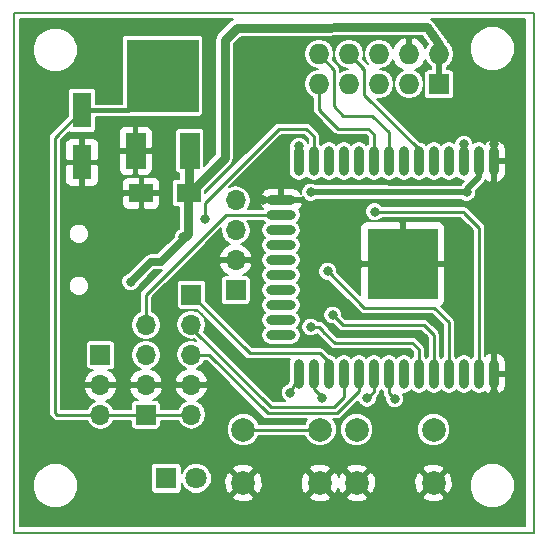
<source format=gbr>
G04 #@! TF.FileFunction,Copper,L1,Top,Signal*
%FSLAX46Y46*%
G04 Gerber Fmt 4.6, Leading zero omitted, Abs format (unit mm)*
G04 Created by KiCad (PCBNEW 4.0.7) date Tue Jan 30 18:32:58 2018*
%MOMM*%
%LPD*%
G01*
G04 APERTURE LIST*
%ADD10C,0.100000*%
%ADD11C,0.150000*%
%ADD12O,0.900000X2.500000*%
%ADD13O,2.500000X0.900000*%
%ADD14R,6.000000X6.000000*%
%ADD15O,1.727200X1.727200*%
%ADD16R,1.727200X1.727200*%
%ADD17R,2.000000X1.600000*%
%ADD18R,1.600200X2.999740*%
%ADD19R,1.651000X3.048000*%
%ADD20R,6.096000X6.096000*%
%ADD21R,1.700000X1.700000*%
%ADD22O,1.700000X1.700000*%
%ADD23R,1.800000X1.800000*%
%ADD24C,1.800000*%
%ADD25C,2.000000*%
%ADD26C,0.800000*%
%ADD27C,1.200000*%
%ADD28C,0.250000*%
%ADD29C,0.254000*%
%ADD30C,0.381000*%
%ADD31C,0.762000*%
%ADD32C,0.508000*%
%ADD33C,0.635000*%
%ADD34C,0.200000*%
G04 APERTURE END LIST*
D10*
D11*
X109800000Y-113600000D02*
X109800000Y-69600000D01*
X153800000Y-113600000D02*
X109800000Y-113600000D01*
X153800000Y-69600000D02*
X153800000Y-113600000D01*
X109800000Y-69600000D02*
X153800000Y-69600000D01*
D12*
X150425000Y-100125000D03*
X149155000Y-100125000D03*
X147885000Y-100125000D03*
X146615000Y-100125000D03*
X145345000Y-100125000D03*
X144075000Y-100125000D03*
X142805000Y-100125000D03*
X141535000Y-100125000D03*
X140265000Y-100125000D03*
X138995000Y-100125000D03*
X137725000Y-100125000D03*
X136455000Y-100125000D03*
X135185000Y-100125000D03*
X133915000Y-100125000D03*
D13*
X132425000Y-96840000D03*
X132425000Y-95570000D03*
X132425000Y-94300000D03*
X132425000Y-93030000D03*
X132425000Y-91760000D03*
X132425000Y-90490000D03*
X132425000Y-89220000D03*
X132425000Y-87950000D03*
X132425000Y-86680000D03*
X132425000Y-85410000D03*
D12*
X133915000Y-82125000D03*
X135185000Y-82125000D03*
X136455000Y-82125000D03*
X137725000Y-82125000D03*
X138995000Y-82125000D03*
X140265000Y-82125000D03*
X141535000Y-82125000D03*
X142805000Y-82125000D03*
X144075000Y-82125000D03*
X145345000Y-82125000D03*
X146615000Y-82125000D03*
X147885000Y-82125000D03*
X149155000Y-82125000D03*
X150425000Y-82125000D03*
D14*
X142725000Y-90825000D03*
D15*
X135640000Y-73060000D03*
X135640000Y-75600000D03*
X138180000Y-73060000D03*
X138180000Y-75600000D03*
X140720000Y-73060000D03*
X140720000Y-75600000D03*
X143260000Y-73060000D03*
X143260000Y-75600000D03*
X145800000Y-73060000D03*
D16*
X145800000Y-75600000D03*
D17*
X120590000Y-84820000D03*
X124590000Y-84820000D03*
D18*
X115564920Y-77820520D03*
X115564920Y-82219800D03*
D19*
X120104000Y-81230000D03*
D20*
X122390000Y-74880000D03*
D19*
X124676000Y-81230000D03*
D21*
X120975000Y-103600000D03*
D22*
X120975000Y-101060000D03*
X120975000Y-98520000D03*
X120975000Y-95980000D03*
D21*
X117125000Y-98525000D03*
D22*
X117125000Y-101065000D03*
X117125000Y-103605000D03*
D21*
X124825000Y-93425000D03*
D22*
X124825000Y-95965000D03*
X124825000Y-98505000D03*
X124825000Y-101045000D03*
X124825000Y-103585000D03*
D23*
X122700000Y-108975000D03*
D24*
X125240000Y-108975000D03*
D25*
X145325000Y-104850000D03*
X145325000Y-109350000D03*
X138825000Y-104850000D03*
X138825000Y-109350000D03*
X129225000Y-109350000D03*
X129225000Y-104850000D03*
X135725000Y-109350000D03*
X135725000Y-104850000D03*
D21*
X128580000Y-93040000D03*
D22*
X128580000Y-90500000D03*
X128580000Y-87960000D03*
X128580000Y-85420000D03*
D26*
X133925000Y-80850000D03*
X140350000Y-86400000D03*
X139700000Y-102200000D03*
X142025000Y-102225000D03*
X124140000Y-88540000D03*
X119700000Y-92325000D03*
D27*
X142725000Y-90825000D03*
D26*
X130875000Y-85375000D03*
X150425000Y-80675000D03*
X150450000Y-101700000D03*
X148130000Y-84750000D03*
X122410000Y-74900000D03*
X134920000Y-84730000D03*
X125950000Y-86980000D03*
X134920000Y-96150000D03*
X135900000Y-102130000D03*
X147900000Y-80700000D03*
X133175000Y-101725000D03*
X136780000Y-95140000D03*
X136350000Y-91420000D03*
D28*
X141535000Y-82125000D02*
X141535000Y-79685000D01*
X136900000Y-74400000D02*
X135640000Y-73060000D01*
X136900000Y-77475000D02*
X136900000Y-74400000D01*
X137650000Y-78300000D02*
X136900000Y-77475000D01*
X140150000Y-78300000D02*
X137650000Y-78300000D01*
X141535000Y-79685000D02*
X140150000Y-78300000D01*
X137660000Y-79350000D02*
X137210000Y-79350000D01*
X135680000Y-77700000D02*
X135640000Y-77700000D01*
X135640000Y-77740000D02*
X135680000Y-77700000D01*
X135640000Y-77780000D02*
X135640000Y-77740000D01*
X137210000Y-79350000D02*
X135640000Y-77780000D01*
X140265000Y-82125000D02*
X140265000Y-79815000D01*
X135640000Y-77700000D02*
X135640000Y-75600000D01*
X139800000Y-79350000D02*
X137660000Y-79350000D01*
X140265000Y-79815000D02*
X139800000Y-79350000D01*
D29*
X144075000Y-82125000D02*
X144075000Y-81100000D01*
X144075000Y-81100000D02*
X139460000Y-76485000D01*
X139460000Y-74340000D02*
X138180000Y-73060000D01*
X139460000Y-76485000D02*
X139460000Y-74340000D01*
D28*
X144075000Y-81100000D02*
X139475000Y-76500000D01*
X139475000Y-76500000D02*
X139475000Y-74355000D01*
X139475000Y-74355000D02*
X138180000Y-73060000D01*
D30*
X138180000Y-73060000D02*
X138080040Y-73060000D01*
D28*
X133915000Y-82125000D02*
X133915000Y-80860000D01*
X133915000Y-80860000D02*
X133925000Y-80850000D01*
X140350000Y-86400000D02*
X147800000Y-86400000D01*
X147870000Y-86440000D02*
X147870000Y-86470000D01*
X147840000Y-86440000D02*
X147870000Y-86440000D01*
X147800000Y-86400000D02*
X147840000Y-86440000D01*
D29*
X149155000Y-100125000D02*
X149155000Y-87755000D01*
X149155000Y-87755000D02*
X147870000Y-86470000D01*
X140265000Y-100125000D02*
X140265000Y-101635000D01*
X140265000Y-101635000D02*
X139700000Y-102200000D01*
X141535000Y-100125000D02*
X141535000Y-101735000D01*
X141535000Y-101735000D02*
X142025000Y-102225000D01*
D31*
X124590000Y-84820000D02*
X124590000Y-81316000D01*
X124590000Y-81316000D02*
X124676000Y-81230000D01*
X124590000Y-84820000D02*
X124690000Y-84820000D01*
X124690000Y-84820000D02*
X127640000Y-81870000D01*
X127640000Y-81870000D02*
X127640000Y-71848269D01*
D32*
X124140000Y-88540000D02*
X124194320Y-88594320D01*
X124194320Y-88594320D02*
X124194320Y-88671400D01*
D33*
X122240720Y-90625000D02*
X124194320Y-88671400D01*
D31*
X145800000Y-73060000D02*
X145800000Y-72150000D01*
X128675000Y-70800000D02*
X127640000Y-71848269D01*
X144750000Y-70775000D02*
X128675000Y-70800000D01*
X145800000Y-72150000D02*
X144750000Y-70775000D01*
X124551440Y-84851240D02*
X124551440Y-88314280D01*
X124551440Y-88314280D02*
X124322840Y-88542880D01*
D32*
X145800000Y-75600000D02*
X145800000Y-73060000D01*
D33*
X121400000Y-90625000D02*
X122240720Y-90625000D01*
X119700000Y-92325000D02*
X121400000Y-90625000D01*
D32*
X150425000Y-100125000D02*
X150425000Y-101675000D01*
X150425000Y-101675000D02*
X150450000Y-101700000D01*
X132425000Y-85410000D02*
X130910000Y-85410000D01*
X130910000Y-85410000D02*
X130875000Y-85375000D01*
D28*
X150425000Y-82125000D02*
X150425000Y-80675000D01*
D31*
X115656360Y-82219800D02*
X115564920Y-82219800D01*
D30*
X115564920Y-77820520D02*
X119449480Y-77820520D01*
X119449480Y-77820520D02*
X122390000Y-74880000D01*
D32*
X148130000Y-84750000D02*
X148130000Y-84495000D01*
X148130000Y-84495000D02*
X149155000Y-83470000D01*
X149155000Y-82125000D02*
X149155000Y-83470000D01*
X148130000Y-84750000D02*
X134920000Y-84730000D01*
X122410000Y-74900000D02*
X122300440Y-75009560D01*
D28*
X117125000Y-103605000D02*
X113455000Y-103605000D01*
X113275000Y-80110440D02*
X115564920Y-77820520D01*
X113275000Y-103425000D02*
X113275000Y-80110440D01*
X113455000Y-103605000D02*
X113275000Y-103425000D01*
X125435000Y-103585000D02*
X120990000Y-103585000D01*
X120990000Y-103585000D02*
X120970000Y-103605000D01*
X120970000Y-103605000D02*
X117125000Y-103605000D01*
X135185000Y-82125000D02*
X135185000Y-80005000D01*
X125950000Y-85640000D02*
X125950000Y-86980000D01*
X132210000Y-79380000D02*
X125950000Y-85640000D01*
X134560000Y-79380000D02*
X132210000Y-79380000D01*
X135185000Y-80005000D02*
X134560000Y-79380000D01*
X132425000Y-86680000D02*
X127720000Y-86680000D01*
X120975000Y-93425000D02*
X120975000Y-95980000D01*
X127720000Y-86680000D02*
X120975000Y-93425000D01*
X136005000Y-96495000D02*
X136005000Y-96555000D01*
X136950000Y-97500000D02*
X143520000Y-97500000D01*
X136005000Y-96555000D02*
X136950000Y-97500000D01*
X134920000Y-96150000D02*
X135660000Y-96150000D01*
X143520000Y-97500000D02*
X144075000Y-98055000D01*
X135660000Y-96150000D02*
X136005000Y-96495000D01*
X144075000Y-100125000D02*
X144075000Y-98055000D01*
X144175000Y-100225000D02*
X144075000Y-100125000D01*
X129775000Y-98375000D02*
X135695000Y-98375000D01*
X135695000Y-98375000D02*
X136455000Y-99135000D01*
X136455000Y-99135000D02*
X136455000Y-100125000D01*
X129775000Y-98375000D02*
X124825000Y-93425000D01*
D29*
X124825000Y-95965000D02*
X124825000Y-96215000D01*
X124825000Y-96215000D02*
X131530000Y-102920000D01*
X131530000Y-102920000D02*
X136880000Y-102920000D01*
X136880000Y-102920000D02*
X137725000Y-102075000D01*
X137725000Y-102075000D02*
X137725000Y-100125000D01*
X124825000Y-98505000D02*
X126345000Y-98505000D01*
X138995000Y-101595000D02*
X138995000Y-100125000D01*
X137140000Y-103450000D02*
X138995000Y-101595000D01*
X131290000Y-103450000D02*
X137140000Y-103450000D01*
X126345000Y-98505000D02*
X131290000Y-103450000D01*
D28*
X135185000Y-100125000D02*
X135185000Y-101395000D01*
X135900000Y-102110000D02*
X135900000Y-102130000D01*
X135185000Y-101395000D02*
X135900000Y-102110000D01*
X147885000Y-82125000D02*
X147885000Y-80715000D01*
X147885000Y-80715000D02*
X147900000Y-80700000D01*
X133915000Y-100125000D02*
X133165000Y-101715000D01*
X133165000Y-101715000D02*
X133175000Y-101725000D01*
X129225000Y-104850000D02*
X135725000Y-104850000D01*
X140090000Y-95980000D02*
X137620000Y-95980000D01*
X137620000Y-95980000D02*
X136780000Y-95140000D01*
X145345000Y-100125000D02*
X145345000Y-96815000D01*
X144510000Y-95980000D02*
X140090000Y-95980000D01*
X145345000Y-96815000D02*
X144510000Y-95980000D01*
X146615000Y-100125000D02*
X146615000Y-95765000D01*
X139480000Y-94550000D02*
X136350000Y-91420000D01*
X145400000Y-94550000D02*
X139480000Y-94550000D01*
X146615000Y-95765000D02*
X145400000Y-94550000D01*
D34*
G36*
X128246839Y-70164841D02*
X128121892Y-70248610D01*
X128120831Y-70250203D01*
X128119244Y-70251278D01*
X127084243Y-71299547D01*
X127001706Y-71424793D01*
X126918450Y-71549393D01*
X126917956Y-71551879D01*
X126916561Y-71553995D01*
X126888251Y-71701216D01*
X126859000Y-71848269D01*
X126859000Y-81546500D01*
X125909336Y-82496164D01*
X125909336Y-79706000D01*
X125881444Y-79557769D01*
X125793840Y-79421628D01*
X125660171Y-79330296D01*
X125501500Y-79298164D01*
X123850500Y-79298164D01*
X123702269Y-79326056D01*
X123566128Y-79413660D01*
X123474796Y-79547329D01*
X123442664Y-79706000D01*
X123442664Y-82754000D01*
X123470556Y-82902231D01*
X123558160Y-83038372D01*
X123691829Y-83129704D01*
X123809000Y-83153432D01*
X123809000Y-83612164D01*
X123590000Y-83612164D01*
X123441769Y-83640056D01*
X123305628Y-83727660D01*
X123214296Y-83861329D01*
X123182164Y-84020000D01*
X123182164Y-85620000D01*
X123210056Y-85768231D01*
X123297660Y-85904372D01*
X123431329Y-85995704D01*
X123590000Y-86027836D01*
X123770440Y-86027836D01*
X123770440Y-87827097D01*
X123687428Y-87861397D01*
X123462188Y-88086245D01*
X123340139Y-88380172D01*
X123340025Y-88510997D01*
X121943522Y-89907500D01*
X121400000Y-89907500D01*
X121125424Y-89962116D01*
X120892651Y-90117651D01*
X119445920Y-91564382D01*
X119247428Y-91646397D01*
X119022188Y-91871245D01*
X118900139Y-92165172D01*
X118899861Y-92483432D01*
X119021397Y-92777572D01*
X119246245Y-93002812D01*
X119540172Y-93124861D01*
X119858432Y-93125139D01*
X120152572Y-93003603D01*
X120377812Y-92778755D01*
X120460800Y-92578898D01*
X121697198Y-91342500D01*
X122240720Y-91342500D01*
X122333491Y-91324047D01*
X120603769Y-93053769D01*
X120489963Y-93224091D01*
X120450000Y-93425000D01*
X120450000Y-94839956D01*
X120066628Y-95096117D01*
X119795662Y-95501646D01*
X119700511Y-95980000D01*
X119795662Y-96458354D01*
X120066628Y-96863883D01*
X120472157Y-97134849D01*
X120950511Y-97230000D01*
X120999489Y-97230000D01*
X121477843Y-97134849D01*
X121883372Y-96863883D01*
X122154338Y-96458354D01*
X122249489Y-95980000D01*
X122154338Y-95501646D01*
X121883372Y-95096117D01*
X121500000Y-94839956D01*
X121500000Y-93642462D01*
X124263552Y-90878910D01*
X127172097Y-90878910D01*
X127316523Y-91227616D01*
X127691146Y-91655741D01*
X127946797Y-91782164D01*
X127730000Y-91782164D01*
X127581769Y-91810056D01*
X127445628Y-91897660D01*
X127354296Y-92031329D01*
X127322164Y-92190000D01*
X127322164Y-93890000D01*
X127350056Y-94038231D01*
X127437660Y-94174372D01*
X127571329Y-94265704D01*
X127730000Y-94297836D01*
X129430000Y-94297836D01*
X129578231Y-94269944D01*
X129714372Y-94182340D01*
X129805704Y-94048671D01*
X129837836Y-93890000D01*
X129837836Y-92190000D01*
X129809944Y-92041769D01*
X129722340Y-91905628D01*
X129588671Y-91814296D01*
X129430000Y-91782164D01*
X129213203Y-91782164D01*
X129468854Y-91655741D01*
X129843477Y-91227616D01*
X129987903Y-90878910D01*
X129876889Y-90654000D01*
X128734000Y-90654000D01*
X128734000Y-90674000D01*
X128426000Y-90674000D01*
X128426000Y-90654000D01*
X127283111Y-90654000D01*
X127172097Y-90878910D01*
X124263552Y-90878910D01*
X127336065Y-87806397D01*
X127305511Y-87960000D01*
X127400662Y-88438354D01*
X127671628Y-88843883D01*
X128077157Y-89114849D01*
X128132710Y-89125899D01*
X127691146Y-89344259D01*
X127316523Y-89772384D01*
X127172097Y-90121090D01*
X127283111Y-90346000D01*
X128426000Y-90346000D01*
X128426000Y-90326000D01*
X128734000Y-90326000D01*
X128734000Y-90346000D01*
X129876889Y-90346000D01*
X129987903Y-90121090D01*
X129843477Y-89772384D01*
X129468854Y-89344259D01*
X129027290Y-89125899D01*
X129082843Y-89114849D01*
X129488372Y-88843883D01*
X129759338Y-88438354D01*
X129854489Y-87960000D01*
X129759338Y-87481646D01*
X129574489Y-87205000D01*
X130940825Y-87205000D01*
X130991634Y-87281041D01*
X131042457Y-87315000D01*
X130991634Y-87348959D01*
X130807377Y-87624719D01*
X130742675Y-87950000D01*
X130807377Y-88275281D01*
X130991634Y-88551041D01*
X131042457Y-88585000D01*
X130991634Y-88618959D01*
X130807377Y-88894719D01*
X130742675Y-89220000D01*
X130807377Y-89545281D01*
X130991634Y-89821041D01*
X131042457Y-89855000D01*
X130991634Y-89888959D01*
X130807377Y-90164719D01*
X130742675Y-90490000D01*
X130807377Y-90815281D01*
X130991634Y-91091041D01*
X131042457Y-91125000D01*
X130991634Y-91158959D01*
X130807377Y-91434719D01*
X130742675Y-91760000D01*
X130807377Y-92085281D01*
X130991634Y-92361041D01*
X131042457Y-92395000D01*
X130991634Y-92428959D01*
X130807377Y-92704719D01*
X130742675Y-93030000D01*
X130807377Y-93355281D01*
X130991634Y-93631041D01*
X131042457Y-93665000D01*
X130991634Y-93698959D01*
X130807377Y-93974719D01*
X130742675Y-94300000D01*
X130807377Y-94625281D01*
X130991634Y-94901041D01*
X131042457Y-94935000D01*
X130991634Y-94968959D01*
X130807377Y-95244719D01*
X130742675Y-95570000D01*
X130807377Y-95895281D01*
X130991634Y-96171041D01*
X131042457Y-96205000D01*
X130991634Y-96238959D01*
X130807377Y-96514719D01*
X130742675Y-96840000D01*
X130807377Y-97165281D01*
X130991634Y-97441041D01*
X131267394Y-97625298D01*
X131592675Y-97690000D01*
X133257325Y-97690000D01*
X133582606Y-97625298D01*
X133858366Y-97441041D01*
X134042623Y-97165281D01*
X134107325Y-96840000D01*
X134042623Y-96514719D01*
X133858366Y-96238959D01*
X133807543Y-96205000D01*
X133858366Y-96171041D01*
X134042623Y-95895281D01*
X134107325Y-95570000D01*
X134042623Y-95244719D01*
X133858366Y-94968959D01*
X133807543Y-94935000D01*
X133858366Y-94901041D01*
X134042623Y-94625281D01*
X134107325Y-94300000D01*
X134042623Y-93974719D01*
X133858366Y-93698959D01*
X133807543Y-93665000D01*
X133858366Y-93631041D01*
X134042623Y-93355281D01*
X134107325Y-93030000D01*
X134042623Y-92704719D01*
X133858366Y-92428959D01*
X133807543Y-92395000D01*
X133858366Y-92361041D01*
X134042623Y-92085281D01*
X134107325Y-91760000D01*
X134042623Y-91434719D01*
X133858366Y-91158959D01*
X133807543Y-91125000D01*
X133858366Y-91091041D01*
X134042623Y-90815281D01*
X134107325Y-90490000D01*
X134042623Y-90164719D01*
X133858366Y-89888959D01*
X133807543Y-89855000D01*
X133858366Y-89821041D01*
X134042623Y-89545281D01*
X134107325Y-89220000D01*
X134042623Y-88894719D01*
X133858366Y-88618959D01*
X133807543Y-88585000D01*
X133858366Y-88551041D01*
X134042623Y-88275281D01*
X134107325Y-87950000D01*
X134058406Y-87704061D01*
X139117000Y-87704061D01*
X139117000Y-90519000D01*
X139269000Y-90671000D01*
X142571000Y-90671000D01*
X142571000Y-87369000D01*
X142879000Y-87369000D01*
X142879000Y-90671000D01*
X146181000Y-90671000D01*
X146333000Y-90519000D01*
X146333000Y-87704061D01*
X146240437Y-87480595D01*
X146069404Y-87309562D01*
X145845938Y-87217000D01*
X143031000Y-87217000D01*
X142879000Y-87369000D01*
X142571000Y-87369000D01*
X142419000Y-87217000D01*
X139604062Y-87217000D01*
X139380596Y-87309562D01*
X139209563Y-87480595D01*
X139117000Y-87704061D01*
X134058406Y-87704061D01*
X134042623Y-87624719D01*
X133858366Y-87348959D01*
X133807543Y-87315000D01*
X133858366Y-87281041D01*
X134042623Y-87005281D01*
X134107325Y-86680000D01*
X134042623Y-86354719D01*
X133930035Y-86186219D01*
X134082014Y-86049224D01*
X134234754Y-85725849D01*
X134117816Y-85564000D01*
X132579000Y-85564000D01*
X132579000Y-85584000D01*
X132271000Y-85584000D01*
X132271000Y-85564000D01*
X130732184Y-85564000D01*
X130615246Y-85725849D01*
X130767986Y-86049224D01*
X130885332Y-86155000D01*
X129587853Y-86155000D01*
X129759338Y-85898354D01*
X129854489Y-85420000D01*
X129789674Y-85094151D01*
X130615246Y-85094151D01*
X130732184Y-85256000D01*
X132271000Y-85256000D01*
X132271000Y-84352000D01*
X131471000Y-84352000D01*
X131077843Y-84491469D01*
X130767986Y-84770776D01*
X130615246Y-85094151D01*
X129789674Y-85094151D01*
X129759338Y-84941646D01*
X129488372Y-84536117D01*
X129082843Y-84265151D01*
X128604489Y-84170000D01*
X128555511Y-84170000D01*
X128077157Y-84265151D01*
X128047484Y-84284978D01*
X132427462Y-79905000D01*
X134342538Y-79905000D01*
X134660000Y-80222462D01*
X134660000Y-80533919D01*
X134603603Y-80397428D01*
X134378755Y-80172188D01*
X134084828Y-80050139D01*
X133766568Y-80049861D01*
X133472428Y-80171397D01*
X133247188Y-80396245D01*
X133125139Y-80690172D01*
X133124876Y-80991658D01*
X133065000Y-81292675D01*
X133065000Y-82957325D01*
X133129702Y-83282606D01*
X133313959Y-83558366D01*
X133589719Y-83742623D01*
X133915000Y-83807325D01*
X134240281Y-83742623D01*
X134516041Y-83558366D01*
X134550000Y-83507543D01*
X134583959Y-83558366D01*
X134859719Y-83742623D01*
X135185000Y-83807325D01*
X135510281Y-83742623D01*
X135786041Y-83558366D01*
X135820000Y-83507543D01*
X135853959Y-83558366D01*
X136129719Y-83742623D01*
X136455000Y-83807325D01*
X136780281Y-83742623D01*
X137056041Y-83558366D01*
X137090000Y-83507543D01*
X137123959Y-83558366D01*
X137399719Y-83742623D01*
X137725000Y-83807325D01*
X138050281Y-83742623D01*
X138326041Y-83558366D01*
X138360000Y-83507543D01*
X138393959Y-83558366D01*
X138669719Y-83742623D01*
X138995000Y-83807325D01*
X139320281Y-83742623D01*
X139596041Y-83558366D01*
X139630000Y-83507543D01*
X139663959Y-83558366D01*
X139939719Y-83742623D01*
X140265000Y-83807325D01*
X140590281Y-83742623D01*
X140866041Y-83558366D01*
X140900000Y-83507543D01*
X140933959Y-83558366D01*
X141209719Y-83742623D01*
X141535000Y-83807325D01*
X141860281Y-83742623D01*
X142136041Y-83558366D01*
X142170000Y-83507543D01*
X142203959Y-83558366D01*
X142479719Y-83742623D01*
X142805000Y-83807325D01*
X143130281Y-83742623D01*
X143406041Y-83558366D01*
X143440000Y-83507543D01*
X143473959Y-83558366D01*
X143749719Y-83742623D01*
X144075000Y-83807325D01*
X144400281Y-83742623D01*
X144676041Y-83558366D01*
X144710000Y-83507543D01*
X144743959Y-83558366D01*
X145019719Y-83742623D01*
X145345000Y-83807325D01*
X145670281Y-83742623D01*
X145946041Y-83558366D01*
X145980000Y-83507543D01*
X146013959Y-83558366D01*
X146289719Y-83742623D01*
X146615000Y-83807325D01*
X146940281Y-83742623D01*
X147216041Y-83558366D01*
X147250000Y-83507543D01*
X147283959Y-83558366D01*
X147559719Y-83742623D01*
X147885000Y-83807325D01*
X147894711Y-83805393D01*
X147667552Y-84032552D01*
X147625668Y-84095236D01*
X135398248Y-84076724D01*
X135373755Y-84052188D01*
X135079828Y-83930139D01*
X134761568Y-83929861D01*
X134467428Y-84051397D01*
X134242188Y-84276245D01*
X134120139Y-84570172D01*
X134119894Y-84850973D01*
X134082014Y-84770776D01*
X133772157Y-84491469D01*
X133379000Y-84352000D01*
X132579000Y-84352000D01*
X132579000Y-85256000D01*
X134117816Y-85256000D01*
X134215737Y-85120471D01*
X134241397Y-85182572D01*
X134466245Y-85407812D01*
X134760172Y-85529861D01*
X135078432Y-85530139D01*
X135372572Y-85408603D01*
X135396495Y-85384722D01*
X147651752Y-85403276D01*
X147676245Y-85427812D01*
X147970172Y-85549861D01*
X148288432Y-85550139D01*
X148582572Y-85428603D01*
X148807812Y-85203755D01*
X148929861Y-84909828D01*
X148930114Y-84619782D01*
X149617448Y-83932448D01*
X149746832Y-83738810D01*
X149785776Y-83782014D01*
X150109151Y-83934754D01*
X150271000Y-83817816D01*
X150271000Y-82279000D01*
X150579000Y-82279000D01*
X150579000Y-83817816D01*
X150740849Y-83934754D01*
X151064224Y-83782014D01*
X151343531Y-83472157D01*
X151483000Y-83079000D01*
X151483000Y-82279000D01*
X150579000Y-82279000D01*
X150271000Y-82279000D01*
X150251000Y-82279000D01*
X150251000Y-81971000D01*
X150271000Y-81971000D01*
X150271000Y-80432184D01*
X150579000Y-80432184D01*
X150579000Y-81971000D01*
X151483000Y-81971000D01*
X151483000Y-81171000D01*
X151343531Y-80777843D01*
X151064224Y-80467986D01*
X150740849Y-80315246D01*
X150579000Y-80432184D01*
X150271000Y-80432184D01*
X150109151Y-80315246D01*
X149785776Y-80467986D01*
X149648781Y-80619965D01*
X149480281Y-80507377D01*
X149155000Y-80442675D01*
X148829719Y-80507377D01*
X148700093Y-80593990D01*
X148700139Y-80541568D01*
X148578603Y-80247428D01*
X148353755Y-80022188D01*
X148059828Y-79900139D01*
X147741568Y-79899861D01*
X147447428Y-80021397D01*
X147222188Y-80246245D01*
X147100139Y-80540172D01*
X147100074Y-80614148D01*
X146940281Y-80507377D01*
X146615000Y-80442675D01*
X146289719Y-80507377D01*
X146013959Y-80691634D01*
X145980000Y-80742457D01*
X145946041Y-80691634D01*
X145670281Y-80507377D01*
X145345000Y-80442675D01*
X145019719Y-80507377D01*
X144743959Y-80691634D01*
X144710000Y-80742457D01*
X144676041Y-80691634D01*
X144400281Y-80507377D01*
X144184808Y-80464517D01*
X140580995Y-76860705D01*
X140720000Y-76888355D01*
X141203559Y-76792169D01*
X141613500Y-76518255D01*
X141887414Y-76108314D01*
X141983600Y-75624755D01*
X141983600Y-75575245D01*
X141887414Y-75091686D01*
X141613500Y-74681745D01*
X141203559Y-74407831D01*
X140812277Y-74330000D01*
X141203559Y-74252169D01*
X141613500Y-73978255D01*
X141887414Y-73568314D01*
X141891420Y-73548174D01*
X142092598Y-73956000D01*
X142524346Y-74334541D01*
X142747687Y-74427044D01*
X142366500Y-74681745D01*
X142092586Y-75091686D01*
X141996400Y-75575245D01*
X141996400Y-75624755D01*
X142092586Y-76108314D01*
X142366500Y-76518255D01*
X142776441Y-76792169D01*
X143260000Y-76888355D01*
X143743559Y-76792169D01*
X144153500Y-76518255D01*
X144427414Y-76108314D01*
X144523600Y-75624755D01*
X144523600Y-75575245D01*
X144427414Y-75091686D01*
X144153500Y-74681745D01*
X143772313Y-74427044D01*
X143995654Y-74334541D01*
X144427402Y-73956000D01*
X144628580Y-73548174D01*
X144632586Y-73568314D01*
X144906500Y-73978255D01*
X145146000Y-74138284D01*
X145146000Y-74328564D01*
X144936400Y-74328564D01*
X144788169Y-74356456D01*
X144652028Y-74444060D01*
X144560696Y-74577729D01*
X144528564Y-74736400D01*
X144528564Y-76463600D01*
X144556456Y-76611831D01*
X144644060Y-76747972D01*
X144777729Y-76839304D01*
X144936400Y-76871436D01*
X146663600Y-76871436D01*
X146811831Y-76843544D01*
X146947972Y-76755940D01*
X147039304Y-76622271D01*
X147071436Y-76463600D01*
X147071436Y-74736400D01*
X147043544Y-74588169D01*
X146955940Y-74452028D01*
X146822271Y-74360696D01*
X146663600Y-74328564D01*
X146454000Y-74328564D01*
X146454000Y-74138284D01*
X146693500Y-73978255D01*
X146967414Y-73568314D01*
X147063600Y-73084755D01*
X147063600Y-73035245D01*
X147051871Y-72976275D01*
X148399671Y-72976275D01*
X148688319Y-73674857D01*
X149222331Y-74209802D01*
X149920409Y-74499669D01*
X150676275Y-74500329D01*
X151374857Y-74211681D01*
X151909802Y-73677669D01*
X152199669Y-72979591D01*
X152200329Y-72223725D01*
X151911681Y-71525143D01*
X151377669Y-70990198D01*
X150679591Y-70700331D01*
X149923725Y-70699671D01*
X149225143Y-70988319D01*
X148690198Y-71522331D01*
X148400331Y-72220409D01*
X148399671Y-72976275D01*
X147051871Y-72976275D01*
X146967414Y-72551686D01*
X146693500Y-72141745D01*
X146561862Y-72053787D01*
X146561245Y-72050684D01*
X146554857Y-71949618D01*
X146531778Y-71902542D01*
X146521550Y-71851124D01*
X146465293Y-71766930D01*
X146420714Y-71676000D01*
X145370714Y-70301000D01*
X145330919Y-70265937D01*
X145301390Y-70221892D01*
X145217610Y-70166100D01*
X145142073Y-70099544D01*
X145105867Y-70087160D01*
X153112800Y-70087160D01*
X153112800Y-113041760D01*
X110275000Y-113041760D01*
X110275000Y-109976275D01*
X111399671Y-109976275D01*
X111688319Y-110674857D01*
X112222331Y-111209802D01*
X112920409Y-111499669D01*
X113676275Y-111500329D01*
X114374857Y-111211681D01*
X114909802Y-110677669D01*
X114981472Y-110505066D01*
X128287723Y-110505066D01*
X128390174Y-110761040D01*
X128993703Y-110973105D01*
X129632445Y-110938067D01*
X130059826Y-110761040D01*
X130162277Y-110505066D01*
X134787723Y-110505066D01*
X134890174Y-110761040D01*
X135493703Y-110973105D01*
X136132445Y-110938067D01*
X136559826Y-110761040D01*
X136662277Y-110505066D01*
X137887723Y-110505066D01*
X137990174Y-110761040D01*
X138593703Y-110973105D01*
X139232445Y-110938067D01*
X139659826Y-110761040D01*
X139762277Y-110505066D01*
X144387723Y-110505066D01*
X144490174Y-110761040D01*
X145093703Y-110973105D01*
X145732445Y-110938067D01*
X146159826Y-110761040D01*
X146262277Y-110505066D01*
X145325000Y-109567789D01*
X144387723Y-110505066D01*
X139762277Y-110505066D01*
X138825000Y-109567789D01*
X137887723Y-110505066D01*
X136662277Y-110505066D01*
X135725000Y-109567789D01*
X134787723Y-110505066D01*
X130162277Y-110505066D01*
X129225000Y-109567789D01*
X128287723Y-110505066D01*
X114981472Y-110505066D01*
X115199669Y-109979591D01*
X115200329Y-109223725D01*
X114911681Y-108525143D01*
X114462324Y-108075000D01*
X121392164Y-108075000D01*
X121392164Y-109875000D01*
X121420056Y-110023231D01*
X121507660Y-110159372D01*
X121641329Y-110250704D01*
X121800000Y-110282836D01*
X123600000Y-110282836D01*
X123748231Y-110254944D01*
X123884372Y-110167340D01*
X123975704Y-110033671D01*
X124007836Y-109875000D01*
X124007836Y-109397174D01*
X124137271Y-109710429D01*
X124502647Y-110076444D01*
X124980279Y-110274774D01*
X125497452Y-110275226D01*
X125975429Y-110077729D01*
X126341444Y-109712353D01*
X126539774Y-109234721D01*
X126539875Y-109118703D01*
X127601895Y-109118703D01*
X127636933Y-109757445D01*
X127813960Y-110184826D01*
X128069934Y-110287277D01*
X129007211Y-109350000D01*
X129442789Y-109350000D01*
X130380066Y-110287277D01*
X130636040Y-110184826D01*
X130848105Y-109581297D01*
X130822730Y-109118703D01*
X134101895Y-109118703D01*
X134136933Y-109757445D01*
X134313960Y-110184826D01*
X134569934Y-110287277D01*
X135507211Y-109350000D01*
X135942789Y-109350000D01*
X136880066Y-110287277D01*
X137136040Y-110184826D01*
X137263594Y-109821811D01*
X137413960Y-110184826D01*
X137669934Y-110287277D01*
X138607211Y-109350000D01*
X139042789Y-109350000D01*
X139980066Y-110287277D01*
X140236040Y-110184826D01*
X140448105Y-109581297D01*
X140422730Y-109118703D01*
X143701895Y-109118703D01*
X143736933Y-109757445D01*
X143913960Y-110184826D01*
X144169934Y-110287277D01*
X145107211Y-109350000D01*
X145542789Y-109350000D01*
X146480066Y-110287277D01*
X146736040Y-110184826D01*
X146809319Y-109976275D01*
X148399671Y-109976275D01*
X148688319Y-110674857D01*
X149222331Y-111209802D01*
X149920409Y-111499669D01*
X150676275Y-111500329D01*
X151374857Y-111211681D01*
X151909802Y-110677669D01*
X152199669Y-109979591D01*
X152200329Y-109223725D01*
X151911681Y-108525143D01*
X151377669Y-107990198D01*
X150679591Y-107700331D01*
X149923725Y-107699671D01*
X149225143Y-107988319D01*
X148690198Y-108522331D01*
X148400331Y-109220409D01*
X148399671Y-109976275D01*
X146809319Y-109976275D01*
X146948105Y-109581297D01*
X146913067Y-108942555D01*
X146736040Y-108515174D01*
X146480066Y-108412723D01*
X145542789Y-109350000D01*
X145107211Y-109350000D01*
X144169934Y-108412723D01*
X143913960Y-108515174D01*
X143701895Y-109118703D01*
X140422730Y-109118703D01*
X140413067Y-108942555D01*
X140236040Y-108515174D01*
X139980066Y-108412723D01*
X139042789Y-109350000D01*
X138607211Y-109350000D01*
X137669934Y-108412723D01*
X137413960Y-108515174D01*
X137286406Y-108878189D01*
X137136040Y-108515174D01*
X136880066Y-108412723D01*
X135942789Y-109350000D01*
X135507211Y-109350000D01*
X134569934Y-108412723D01*
X134313960Y-108515174D01*
X134101895Y-109118703D01*
X130822730Y-109118703D01*
X130813067Y-108942555D01*
X130636040Y-108515174D01*
X130380066Y-108412723D01*
X129442789Y-109350000D01*
X129007211Y-109350000D01*
X128069934Y-108412723D01*
X127813960Y-108515174D01*
X127601895Y-109118703D01*
X126539875Y-109118703D01*
X126540226Y-108717548D01*
X126342729Y-108239571D01*
X126298170Y-108194934D01*
X128287723Y-108194934D01*
X129225000Y-109132211D01*
X130162277Y-108194934D01*
X134787723Y-108194934D01*
X135725000Y-109132211D01*
X136662277Y-108194934D01*
X137887723Y-108194934D01*
X138825000Y-109132211D01*
X139762277Y-108194934D01*
X144387723Y-108194934D01*
X145325000Y-109132211D01*
X146262277Y-108194934D01*
X146159826Y-107938960D01*
X145556297Y-107726895D01*
X144917555Y-107761933D01*
X144490174Y-107938960D01*
X144387723Y-108194934D01*
X139762277Y-108194934D01*
X139659826Y-107938960D01*
X139056297Y-107726895D01*
X138417555Y-107761933D01*
X137990174Y-107938960D01*
X137887723Y-108194934D01*
X136662277Y-108194934D01*
X136559826Y-107938960D01*
X135956297Y-107726895D01*
X135317555Y-107761933D01*
X134890174Y-107938960D01*
X134787723Y-108194934D01*
X130162277Y-108194934D01*
X130059826Y-107938960D01*
X129456297Y-107726895D01*
X128817555Y-107761933D01*
X128390174Y-107938960D01*
X128287723Y-108194934D01*
X126298170Y-108194934D01*
X125977353Y-107873556D01*
X125499721Y-107675226D01*
X124982548Y-107674774D01*
X124504571Y-107872271D01*
X124138556Y-108237647D01*
X124007836Y-108552456D01*
X124007836Y-108075000D01*
X123979944Y-107926769D01*
X123892340Y-107790628D01*
X123758671Y-107699296D01*
X123600000Y-107667164D01*
X121800000Y-107667164D01*
X121651769Y-107695056D01*
X121515628Y-107782660D01*
X121424296Y-107916329D01*
X121392164Y-108075000D01*
X114462324Y-108075000D01*
X114377669Y-107990198D01*
X113679591Y-107700331D01*
X112923725Y-107699671D01*
X112225143Y-107988319D01*
X111690198Y-108522331D01*
X111400331Y-109220409D01*
X111399671Y-109976275D01*
X110275000Y-109976275D01*
X110275000Y-80110440D01*
X112750000Y-80110440D01*
X112750000Y-103425000D01*
X112789963Y-103625909D01*
X112903769Y-103796231D01*
X113083769Y-103976231D01*
X113254091Y-104090037D01*
X113455000Y-104130000D01*
X115976830Y-104130000D01*
X116216628Y-104488883D01*
X116622157Y-104759849D01*
X117100511Y-104855000D01*
X117149489Y-104855000D01*
X117627843Y-104759849D01*
X118033372Y-104488883D01*
X118273170Y-104130000D01*
X119717164Y-104130000D01*
X119717164Y-104450000D01*
X119745056Y-104598231D01*
X119832660Y-104734372D01*
X119966329Y-104825704D01*
X120125000Y-104857836D01*
X121825000Y-104857836D01*
X121973231Y-104829944D01*
X122109372Y-104742340D01*
X122200704Y-104608671D01*
X122232836Y-104450000D01*
X122232836Y-104110000D01*
X123676830Y-104110000D01*
X123916628Y-104468883D01*
X124322157Y-104739849D01*
X124800511Y-104835000D01*
X124849489Y-104835000D01*
X125327843Y-104739849D01*
X125733372Y-104468883D01*
X126004338Y-104063354D01*
X126099489Y-103585000D01*
X126004338Y-103106646D01*
X125733372Y-102701117D01*
X125327843Y-102430151D01*
X125272290Y-102419101D01*
X125713854Y-102200741D01*
X126088477Y-101772616D01*
X126232903Y-101423910D01*
X126121889Y-101199000D01*
X124979000Y-101199000D01*
X124979000Y-101219000D01*
X124671000Y-101219000D01*
X124671000Y-101199000D01*
X123528111Y-101199000D01*
X123417097Y-101423910D01*
X123561523Y-101772616D01*
X123936146Y-102200741D01*
X124377710Y-102419101D01*
X124322157Y-102430151D01*
X123916628Y-102701117D01*
X123676830Y-103060000D01*
X122232836Y-103060000D01*
X122232836Y-102750000D01*
X122204944Y-102601769D01*
X122117340Y-102465628D01*
X121983671Y-102374296D01*
X121825000Y-102342164D01*
X121608203Y-102342164D01*
X121863854Y-102215741D01*
X122238477Y-101787616D01*
X122382903Y-101438910D01*
X122271889Y-101214000D01*
X121129000Y-101214000D01*
X121129000Y-101234000D01*
X120821000Y-101234000D01*
X120821000Y-101214000D01*
X119678111Y-101214000D01*
X119567097Y-101438910D01*
X119711523Y-101787616D01*
X120086146Y-102215741D01*
X120341797Y-102342164D01*
X120125000Y-102342164D01*
X119976769Y-102370056D01*
X119840628Y-102457660D01*
X119749296Y-102591329D01*
X119717164Y-102750000D01*
X119717164Y-103080000D01*
X118273170Y-103080000D01*
X118033372Y-102721117D01*
X117627843Y-102450151D01*
X117572290Y-102439101D01*
X118013854Y-102220741D01*
X118388477Y-101792616D01*
X118532903Y-101443910D01*
X118421889Y-101219000D01*
X117279000Y-101219000D01*
X117279000Y-101239000D01*
X116971000Y-101239000D01*
X116971000Y-101219000D01*
X115828111Y-101219000D01*
X115717097Y-101443910D01*
X115861523Y-101792616D01*
X116236146Y-102220741D01*
X116677710Y-102439101D01*
X116622157Y-102450151D01*
X116216628Y-102721117D01*
X115976830Y-103080000D01*
X113800000Y-103080000D01*
X113800000Y-100686090D01*
X115717097Y-100686090D01*
X115828111Y-100911000D01*
X116971000Y-100911000D01*
X116971000Y-100891000D01*
X117279000Y-100891000D01*
X117279000Y-100911000D01*
X118421889Y-100911000D01*
X118532903Y-100686090D01*
X118530833Y-100681090D01*
X119567097Y-100681090D01*
X119678111Y-100906000D01*
X120821000Y-100906000D01*
X120821000Y-100886000D01*
X121129000Y-100886000D01*
X121129000Y-100906000D01*
X122271889Y-100906000D01*
X122382903Y-100681090D01*
X122376691Y-100666090D01*
X123417097Y-100666090D01*
X123528111Y-100891000D01*
X124671000Y-100891000D01*
X124671000Y-100871000D01*
X124979000Y-100871000D01*
X124979000Y-100891000D01*
X126121889Y-100891000D01*
X126232903Y-100666090D01*
X126088477Y-100317384D01*
X125713854Y-99889259D01*
X125272290Y-99670899D01*
X125327843Y-99659849D01*
X125733372Y-99388883D01*
X125971834Y-99032000D01*
X126126710Y-99032000D01*
X130917355Y-103822645D01*
X131088325Y-103936885D01*
X131290000Y-103977000D01*
X134617896Y-103977000D01*
X134538830Y-104055928D01*
X134427101Y-104325000D01*
X130522877Y-104325000D01*
X130412555Y-104058000D01*
X130019072Y-103663830D01*
X129504699Y-103450243D01*
X128947744Y-103449757D01*
X128433000Y-103662445D01*
X128038830Y-104055928D01*
X127825243Y-104570301D01*
X127824757Y-105127256D01*
X128037445Y-105642000D01*
X128430928Y-106036170D01*
X128945301Y-106249757D01*
X129502256Y-106250243D01*
X130017000Y-106037555D01*
X130411170Y-105644072D01*
X130522899Y-105375000D01*
X134427123Y-105375000D01*
X134537445Y-105642000D01*
X134930928Y-106036170D01*
X135445301Y-106249757D01*
X136002256Y-106250243D01*
X136517000Y-106037555D01*
X136911170Y-105644072D01*
X137124757Y-105129699D01*
X137124759Y-105127256D01*
X137424757Y-105127256D01*
X137637445Y-105642000D01*
X138030928Y-106036170D01*
X138545301Y-106249757D01*
X139102256Y-106250243D01*
X139617000Y-106037555D01*
X140011170Y-105644072D01*
X140224757Y-105129699D01*
X140224759Y-105127256D01*
X143924757Y-105127256D01*
X144137445Y-105642000D01*
X144530928Y-106036170D01*
X145045301Y-106249757D01*
X145602256Y-106250243D01*
X146117000Y-106037555D01*
X146511170Y-105644072D01*
X146724757Y-105129699D01*
X146725243Y-104572744D01*
X146512555Y-104058000D01*
X146119072Y-103663830D01*
X145604699Y-103450243D01*
X145047744Y-103449757D01*
X144533000Y-103662445D01*
X144138830Y-104055928D01*
X143925243Y-104570301D01*
X143924757Y-105127256D01*
X140224759Y-105127256D01*
X140225243Y-104572744D01*
X140012555Y-104058000D01*
X139619072Y-103663830D01*
X139104699Y-103450243D01*
X138547744Y-103449757D01*
X138033000Y-103662445D01*
X137638830Y-104055928D01*
X137425243Y-104570301D01*
X137424757Y-105127256D01*
X137124759Y-105127256D01*
X137125243Y-104572744D01*
X136912555Y-104058000D01*
X136831696Y-103977000D01*
X137140000Y-103977000D01*
X137341675Y-103936885D01*
X137512645Y-103822645D01*
X138922374Y-102412916D01*
X139021397Y-102652572D01*
X139246245Y-102877812D01*
X139540172Y-102999861D01*
X139858432Y-103000139D01*
X140152572Y-102878603D01*
X140377812Y-102653755D01*
X140499861Y-102359828D01*
X140500048Y-102145242D01*
X140637646Y-102007645D01*
X140751885Y-101836674D01*
X140792000Y-101635000D01*
X140792000Y-101607839D01*
X140866041Y-101558366D01*
X140900000Y-101507543D01*
X140933959Y-101558366D01*
X141008000Y-101607839D01*
X141008000Y-101735000D01*
X141048115Y-101936675D01*
X141162355Y-102107645D01*
X141225047Y-102170337D01*
X141224861Y-102383432D01*
X141346397Y-102677572D01*
X141571245Y-102902812D01*
X141865172Y-103024861D01*
X142183432Y-103025139D01*
X142477572Y-102903603D01*
X142702812Y-102678755D01*
X142824861Y-102384828D01*
X142825139Y-102066568D01*
X142710233Y-101788475D01*
X142805000Y-101807325D01*
X143130281Y-101742623D01*
X143406041Y-101558366D01*
X143440000Y-101507543D01*
X143473959Y-101558366D01*
X143749719Y-101742623D01*
X144075000Y-101807325D01*
X144400281Y-101742623D01*
X144676041Y-101558366D01*
X144710000Y-101507543D01*
X144743959Y-101558366D01*
X145019719Y-101742623D01*
X145345000Y-101807325D01*
X145670281Y-101742623D01*
X145946041Y-101558366D01*
X145980000Y-101507543D01*
X146013959Y-101558366D01*
X146289719Y-101742623D01*
X146615000Y-101807325D01*
X146940281Y-101742623D01*
X147216041Y-101558366D01*
X147250000Y-101507543D01*
X147283959Y-101558366D01*
X147559719Y-101742623D01*
X147885000Y-101807325D01*
X148210281Y-101742623D01*
X148486041Y-101558366D01*
X148520000Y-101507543D01*
X148553959Y-101558366D01*
X148829719Y-101742623D01*
X149155000Y-101807325D01*
X149480281Y-101742623D01*
X149648781Y-101630035D01*
X149785776Y-101782014D01*
X150109151Y-101934754D01*
X150271000Y-101817816D01*
X150271000Y-100279000D01*
X150579000Y-100279000D01*
X150579000Y-101817816D01*
X150740849Y-101934754D01*
X151064224Y-101782014D01*
X151343531Y-101472157D01*
X151483000Y-101079000D01*
X151483000Y-100279000D01*
X150579000Y-100279000D01*
X150271000Y-100279000D01*
X150251000Y-100279000D01*
X150251000Y-99971000D01*
X150271000Y-99971000D01*
X150271000Y-98432184D01*
X150579000Y-98432184D01*
X150579000Y-99971000D01*
X151483000Y-99971000D01*
X151483000Y-99171000D01*
X151343531Y-98777843D01*
X151064224Y-98467986D01*
X150740849Y-98315246D01*
X150579000Y-98432184D01*
X150271000Y-98432184D01*
X150109151Y-98315246D01*
X149785776Y-98467986D01*
X149682000Y-98583113D01*
X149682000Y-87755000D01*
X149641885Y-87553326D01*
X149561990Y-87433755D01*
X149527645Y-87382354D01*
X148295947Y-86150657D01*
X148241231Y-86068769D01*
X148070909Y-85954963D01*
X148056477Y-85952092D01*
X148000909Y-85914963D01*
X147800000Y-85875000D01*
X140956301Y-85875000D01*
X140803755Y-85722188D01*
X140509828Y-85600139D01*
X140191568Y-85599861D01*
X139897428Y-85721397D01*
X139672188Y-85946245D01*
X139550139Y-86240172D01*
X139549861Y-86558432D01*
X139671397Y-86852572D01*
X139896245Y-87077812D01*
X140190172Y-87199861D01*
X140508432Y-87200139D01*
X140802572Y-87078603D01*
X140956443Y-86925000D01*
X147579710Y-86925000D01*
X148628000Y-87973291D01*
X148628000Y-98642161D01*
X148553959Y-98691634D01*
X148520000Y-98742457D01*
X148486041Y-98691634D01*
X148210281Y-98507377D01*
X147885000Y-98442675D01*
X147559719Y-98507377D01*
X147283959Y-98691634D01*
X147250000Y-98742457D01*
X147216041Y-98691634D01*
X147140000Y-98640825D01*
X147140000Y-95765000D01*
X147100037Y-95564091D01*
X146986231Y-95393769D01*
X145972881Y-94380419D01*
X146069404Y-94340438D01*
X146240437Y-94169405D01*
X146333000Y-93945939D01*
X146333000Y-91131000D01*
X146181000Y-90979000D01*
X142879000Y-90979000D01*
X142879000Y-90999000D01*
X142571000Y-90999000D01*
X142571000Y-90979000D01*
X139269000Y-90979000D01*
X139117000Y-91131000D01*
X139117000Y-93444538D01*
X137149950Y-91477488D01*
X137150139Y-91261568D01*
X137028603Y-90967428D01*
X136803755Y-90742188D01*
X136509828Y-90620139D01*
X136191568Y-90619861D01*
X135897428Y-90741397D01*
X135672188Y-90966245D01*
X135550139Y-91260172D01*
X135549861Y-91578432D01*
X135671397Y-91872572D01*
X135896245Y-92097812D01*
X136190172Y-92219861D01*
X136407589Y-92220051D01*
X139108769Y-94921231D01*
X139279091Y-95035037D01*
X139480000Y-95075000D01*
X145182538Y-95075000D01*
X146090000Y-95982462D01*
X146090000Y-98640825D01*
X146013959Y-98691634D01*
X145980000Y-98742457D01*
X145946041Y-98691634D01*
X145870000Y-98640825D01*
X145870000Y-96815000D01*
X145830037Y-96614091D01*
X145716231Y-96443769D01*
X144881231Y-95608769D01*
X144710909Y-95494963D01*
X144510000Y-95455000D01*
X137837462Y-95455000D01*
X137579950Y-95197488D01*
X137580139Y-94981568D01*
X137458603Y-94687428D01*
X137233755Y-94462188D01*
X136939828Y-94340139D01*
X136621568Y-94339861D01*
X136327428Y-94461397D01*
X136102188Y-94686245D01*
X135980139Y-94980172D01*
X135979861Y-95298432D01*
X136101397Y-95592572D01*
X136326245Y-95817812D01*
X136620172Y-95939861D01*
X136837589Y-95940051D01*
X137248769Y-96351231D01*
X137419091Y-96465037D01*
X137620000Y-96505000D01*
X144292538Y-96505000D01*
X144820000Y-97032462D01*
X144820000Y-98640825D01*
X144743959Y-98691634D01*
X144710000Y-98742457D01*
X144676041Y-98691634D01*
X144600000Y-98640825D01*
X144600000Y-98055000D01*
X144560037Y-97854091D01*
X144446231Y-97683769D01*
X143891231Y-97128769D01*
X143720909Y-97014963D01*
X143520000Y-96975000D01*
X137167462Y-96975000D01*
X136490902Y-96298440D01*
X136490037Y-96294091D01*
X136376231Y-96123769D01*
X136031231Y-95778769D01*
X135860909Y-95664963D01*
X135660000Y-95625000D01*
X135526301Y-95625000D01*
X135373755Y-95472188D01*
X135079828Y-95350139D01*
X134761568Y-95349861D01*
X134467428Y-95471397D01*
X134242188Y-95696245D01*
X134120139Y-95990172D01*
X134119861Y-96308432D01*
X134241397Y-96602572D01*
X134466245Y-96827812D01*
X134760172Y-96949861D01*
X135078432Y-96950139D01*
X135372572Y-96828603D01*
X135484454Y-96716916D01*
X135519098Y-96751560D01*
X135519963Y-96755909D01*
X135633769Y-96926231D01*
X136578769Y-97871231D01*
X136749091Y-97985037D01*
X136950000Y-98025000D01*
X143302538Y-98025000D01*
X143550000Y-98272462D01*
X143550000Y-98640825D01*
X143473959Y-98691634D01*
X143440000Y-98742457D01*
X143406041Y-98691634D01*
X143130281Y-98507377D01*
X142805000Y-98442675D01*
X142479719Y-98507377D01*
X142203959Y-98691634D01*
X142170000Y-98742457D01*
X142136041Y-98691634D01*
X141860281Y-98507377D01*
X141535000Y-98442675D01*
X141209719Y-98507377D01*
X140933959Y-98691634D01*
X140900000Y-98742457D01*
X140866041Y-98691634D01*
X140590281Y-98507377D01*
X140265000Y-98442675D01*
X139939719Y-98507377D01*
X139663959Y-98691634D01*
X139630000Y-98742457D01*
X139596041Y-98691634D01*
X139320281Y-98507377D01*
X138995000Y-98442675D01*
X138669719Y-98507377D01*
X138393959Y-98691634D01*
X138360000Y-98742457D01*
X138326041Y-98691634D01*
X138050281Y-98507377D01*
X137725000Y-98442675D01*
X137399719Y-98507377D01*
X137123959Y-98691634D01*
X137090000Y-98742457D01*
X137056041Y-98691634D01*
X136780281Y-98507377D01*
X136517586Y-98455124D01*
X136066231Y-98003769D01*
X135895909Y-97889963D01*
X135695000Y-97850000D01*
X129992462Y-97850000D01*
X126082836Y-93940374D01*
X126082836Y-92575000D01*
X126054944Y-92426769D01*
X125967340Y-92290628D01*
X125833671Y-92199296D01*
X125675000Y-92167164D01*
X123975000Y-92167164D01*
X123826769Y-92195056D01*
X123690628Y-92282660D01*
X123599296Y-92416329D01*
X123567164Y-92575000D01*
X123567164Y-94275000D01*
X123595056Y-94423231D01*
X123682660Y-94559372D01*
X123816329Y-94650704D01*
X123975000Y-94682836D01*
X125340374Y-94682836D01*
X129403769Y-98746231D01*
X129574091Y-98860037D01*
X129775000Y-98900000D01*
X133174733Y-98900000D01*
X133129702Y-98967394D01*
X133065000Y-99292675D01*
X133065000Y-100696392D01*
X132942867Y-100955314D01*
X132722428Y-101046397D01*
X132497188Y-101271245D01*
X132375139Y-101565172D01*
X132374861Y-101883432D01*
X132496397Y-102177572D01*
X132711450Y-102393000D01*
X131748290Y-102393000D01*
X125921949Y-96566659D01*
X126004338Y-96443354D01*
X126099489Y-95965000D01*
X126004338Y-95486646D01*
X125733372Y-95081117D01*
X125327843Y-94810151D01*
X124849489Y-94715000D01*
X124800511Y-94715000D01*
X124322157Y-94810151D01*
X123916628Y-95081117D01*
X123645662Y-95486646D01*
X123550511Y-95965000D01*
X123645662Y-96443354D01*
X123916628Y-96848883D01*
X124322157Y-97119849D01*
X124800511Y-97215000D01*
X124849489Y-97215000D01*
X125041514Y-97176804D01*
X125186807Y-97322097D01*
X124849489Y-97255000D01*
X124800511Y-97255000D01*
X124322157Y-97350151D01*
X123916628Y-97621117D01*
X123645662Y-98026646D01*
X123550511Y-98505000D01*
X123645662Y-98983354D01*
X123916628Y-99388883D01*
X124322157Y-99659849D01*
X124377710Y-99670899D01*
X123936146Y-99889259D01*
X123561523Y-100317384D01*
X123417097Y-100666090D01*
X122376691Y-100666090D01*
X122238477Y-100332384D01*
X121863854Y-99904259D01*
X121422290Y-99685899D01*
X121477843Y-99674849D01*
X121883372Y-99403883D01*
X122154338Y-98998354D01*
X122249489Y-98520000D01*
X122154338Y-98041646D01*
X121883372Y-97636117D01*
X121477843Y-97365151D01*
X120999489Y-97270000D01*
X120950511Y-97270000D01*
X120472157Y-97365151D01*
X120066628Y-97636117D01*
X119795662Y-98041646D01*
X119700511Y-98520000D01*
X119795662Y-98998354D01*
X120066628Y-99403883D01*
X120472157Y-99674849D01*
X120527710Y-99685899D01*
X120086146Y-99904259D01*
X119711523Y-100332384D01*
X119567097Y-100681090D01*
X118530833Y-100681090D01*
X118388477Y-100337384D01*
X118013854Y-99909259D01*
X117758203Y-99782836D01*
X117975000Y-99782836D01*
X118123231Y-99754944D01*
X118259372Y-99667340D01*
X118350704Y-99533671D01*
X118382836Y-99375000D01*
X118382836Y-97675000D01*
X118354944Y-97526769D01*
X118267340Y-97390628D01*
X118133671Y-97299296D01*
X117975000Y-97267164D01*
X116275000Y-97267164D01*
X116126769Y-97295056D01*
X115990628Y-97382660D01*
X115899296Y-97516329D01*
X115867164Y-97675000D01*
X115867164Y-99375000D01*
X115895056Y-99523231D01*
X115982660Y-99659372D01*
X116116329Y-99750704D01*
X116275000Y-99782836D01*
X116491797Y-99782836D01*
X116236146Y-99909259D01*
X115861523Y-100337384D01*
X115717097Y-100686090D01*
X113800000Y-100686090D01*
X113800000Y-92842890D01*
X114451173Y-92842890D01*
X114580241Y-93155260D01*
X114819023Y-93394459D01*
X115131167Y-93524072D01*
X115469150Y-93524367D01*
X115781520Y-93395299D01*
X116020719Y-93156517D01*
X116150332Y-92844373D01*
X116150627Y-92506390D01*
X116021559Y-92194020D01*
X115782777Y-91954821D01*
X115470633Y-91825208D01*
X115132650Y-91824913D01*
X114820280Y-91953981D01*
X114581081Y-92192763D01*
X114451468Y-92504907D01*
X114451173Y-92842890D01*
X113800000Y-92842890D01*
X113800000Y-88443610D01*
X114451173Y-88443610D01*
X114580241Y-88755980D01*
X114819023Y-88995179D01*
X115131167Y-89124792D01*
X115469150Y-89125087D01*
X115781520Y-88996019D01*
X116020719Y-88757237D01*
X116150332Y-88445093D01*
X116150627Y-88107110D01*
X116021559Y-87794740D01*
X115782777Y-87555541D01*
X115470633Y-87425928D01*
X115132650Y-87425633D01*
X114820280Y-87554701D01*
X114581081Y-87793483D01*
X114451468Y-88105627D01*
X114451173Y-88443610D01*
X113800000Y-88443610D01*
X113800000Y-85126000D01*
X118982000Y-85126000D01*
X118982000Y-85740938D01*
X119074562Y-85964404D01*
X119245595Y-86135437D01*
X119469061Y-86228000D01*
X120284000Y-86228000D01*
X120436000Y-86076000D01*
X120436000Y-84974000D01*
X120744000Y-84974000D01*
X120744000Y-86076000D01*
X120896000Y-86228000D01*
X121710939Y-86228000D01*
X121934405Y-86135437D01*
X122105438Y-85964404D01*
X122198000Y-85740938D01*
X122198000Y-85126000D01*
X122046000Y-84974000D01*
X120744000Y-84974000D01*
X120436000Y-84974000D01*
X119134000Y-84974000D01*
X118982000Y-85126000D01*
X113800000Y-85126000D01*
X113800000Y-82525800D01*
X114156820Y-82525800D01*
X114156820Y-83840609D01*
X114249383Y-84064075D01*
X114420416Y-84235108D01*
X114643882Y-84327670D01*
X115258920Y-84327670D01*
X115410920Y-84175670D01*
X115410920Y-82373800D01*
X115718920Y-82373800D01*
X115718920Y-84175670D01*
X115870920Y-84327670D01*
X116485958Y-84327670D01*
X116709424Y-84235108D01*
X116880457Y-84064075D01*
X116948807Y-83899062D01*
X118982000Y-83899062D01*
X118982000Y-84514000D01*
X119134000Y-84666000D01*
X120436000Y-84666000D01*
X120436000Y-83564000D01*
X120744000Y-83564000D01*
X120744000Y-84666000D01*
X122046000Y-84666000D01*
X122198000Y-84514000D01*
X122198000Y-83899062D01*
X122105438Y-83675596D01*
X121934405Y-83504563D01*
X121710939Y-83412000D01*
X120896000Y-83412000D01*
X120744000Y-83564000D01*
X120436000Y-83564000D01*
X120284000Y-83412000D01*
X119469061Y-83412000D01*
X119245595Y-83504563D01*
X119074562Y-83675596D01*
X118982000Y-83899062D01*
X116948807Y-83899062D01*
X116973020Y-83840609D01*
X116973020Y-82525800D01*
X116821020Y-82373800D01*
X115718920Y-82373800D01*
X115410920Y-82373800D01*
X114308820Y-82373800D01*
X114156820Y-82525800D01*
X113800000Y-82525800D01*
X113800000Y-80598991D01*
X114156820Y-80598991D01*
X114156820Y-81913800D01*
X114308820Y-82065800D01*
X115410920Y-82065800D01*
X115410920Y-80263930D01*
X115718920Y-80263930D01*
X115718920Y-82065800D01*
X116821020Y-82065800D01*
X116973020Y-81913800D01*
X116973020Y-81536000D01*
X118670500Y-81536000D01*
X118670500Y-82874938D01*
X118763062Y-83098404D01*
X118934095Y-83269437D01*
X119157561Y-83362000D01*
X119798000Y-83362000D01*
X119950000Y-83210000D01*
X119950000Y-81384000D01*
X120258000Y-81384000D01*
X120258000Y-83210000D01*
X120410000Y-83362000D01*
X121050439Y-83362000D01*
X121273905Y-83269437D01*
X121444938Y-83098404D01*
X121537500Y-82874938D01*
X121537500Y-81536000D01*
X121385500Y-81384000D01*
X120258000Y-81384000D01*
X119950000Y-81384000D01*
X118822500Y-81384000D01*
X118670500Y-81536000D01*
X116973020Y-81536000D01*
X116973020Y-80598991D01*
X116880457Y-80375525D01*
X116709424Y-80204492D01*
X116485958Y-80111930D01*
X115870920Y-80111930D01*
X115718920Y-80263930D01*
X115410920Y-80263930D01*
X115258920Y-80111930D01*
X114643882Y-80111930D01*
X114420416Y-80204492D01*
X114249383Y-80375525D01*
X114156820Y-80598991D01*
X113800000Y-80598991D01*
X113800000Y-80327902D01*
X114502576Y-79625326D01*
X114606149Y-79696094D01*
X114764820Y-79728226D01*
X116365020Y-79728226D01*
X116513251Y-79700334D01*
X116649392Y-79612730D01*
X116668296Y-79585062D01*
X118670500Y-79585062D01*
X118670500Y-80924000D01*
X118822500Y-81076000D01*
X119950000Y-81076000D01*
X119950000Y-79250000D01*
X120258000Y-79250000D01*
X120258000Y-81076000D01*
X121385500Y-81076000D01*
X121537500Y-80924000D01*
X121537500Y-79585062D01*
X121444938Y-79361596D01*
X121273905Y-79190563D01*
X121050439Y-79098000D01*
X120410000Y-79098000D01*
X120258000Y-79250000D01*
X119950000Y-79250000D01*
X119798000Y-79098000D01*
X119157561Y-79098000D01*
X118934095Y-79190563D01*
X118763062Y-79361596D01*
X118670500Y-79585062D01*
X116668296Y-79585062D01*
X116740724Y-79479061D01*
X116772856Y-79320390D01*
X116772856Y-78411020D01*
X119449475Y-78411020D01*
X119449480Y-78411021D01*
X119637963Y-78373529D01*
X119675455Y-78366071D01*
X119720705Y-78335836D01*
X125438000Y-78335836D01*
X125586231Y-78307944D01*
X125722372Y-78220340D01*
X125813704Y-78086671D01*
X125845836Y-77928000D01*
X125845836Y-71832000D01*
X125817944Y-71683769D01*
X125730340Y-71547628D01*
X125596671Y-71456296D01*
X125438000Y-71424164D01*
X119342000Y-71424164D01*
X119193769Y-71452056D01*
X119057628Y-71539660D01*
X118966296Y-71673329D01*
X118934164Y-71832000D01*
X118934164Y-77230020D01*
X116772856Y-77230020D01*
X116772856Y-76320650D01*
X116744964Y-76172419D01*
X116657360Y-76036278D01*
X116523691Y-75944946D01*
X116365020Y-75912814D01*
X114764820Y-75912814D01*
X114616589Y-75940706D01*
X114480448Y-76028310D01*
X114389116Y-76161979D01*
X114356984Y-76320650D01*
X114356984Y-78285994D01*
X112903769Y-79739209D01*
X112789963Y-79909531D01*
X112750000Y-80110440D01*
X110275000Y-80110440D01*
X110275000Y-73076275D01*
X111399671Y-73076275D01*
X111688319Y-73774857D01*
X112222331Y-74309802D01*
X112920409Y-74599669D01*
X113676275Y-74600329D01*
X114374857Y-74311681D01*
X114909802Y-73777669D01*
X115199669Y-73079591D01*
X115200329Y-72323725D01*
X114911681Y-71625143D01*
X114377669Y-71090198D01*
X113679591Y-70800331D01*
X112923725Y-70799671D01*
X112225143Y-71088319D01*
X111690198Y-71622331D01*
X111400331Y-72320409D01*
X111399671Y-73076275D01*
X110275000Y-73076275D01*
X110275000Y-70087160D01*
X128361509Y-70087160D01*
X128246839Y-70164841D01*
X128246839Y-70164841D01*
G37*
X128246839Y-70164841D02*
X128121892Y-70248610D01*
X128120831Y-70250203D01*
X128119244Y-70251278D01*
X127084243Y-71299547D01*
X127001706Y-71424793D01*
X126918450Y-71549393D01*
X126917956Y-71551879D01*
X126916561Y-71553995D01*
X126888251Y-71701216D01*
X126859000Y-71848269D01*
X126859000Y-81546500D01*
X125909336Y-82496164D01*
X125909336Y-79706000D01*
X125881444Y-79557769D01*
X125793840Y-79421628D01*
X125660171Y-79330296D01*
X125501500Y-79298164D01*
X123850500Y-79298164D01*
X123702269Y-79326056D01*
X123566128Y-79413660D01*
X123474796Y-79547329D01*
X123442664Y-79706000D01*
X123442664Y-82754000D01*
X123470556Y-82902231D01*
X123558160Y-83038372D01*
X123691829Y-83129704D01*
X123809000Y-83153432D01*
X123809000Y-83612164D01*
X123590000Y-83612164D01*
X123441769Y-83640056D01*
X123305628Y-83727660D01*
X123214296Y-83861329D01*
X123182164Y-84020000D01*
X123182164Y-85620000D01*
X123210056Y-85768231D01*
X123297660Y-85904372D01*
X123431329Y-85995704D01*
X123590000Y-86027836D01*
X123770440Y-86027836D01*
X123770440Y-87827097D01*
X123687428Y-87861397D01*
X123462188Y-88086245D01*
X123340139Y-88380172D01*
X123340025Y-88510997D01*
X121943522Y-89907500D01*
X121400000Y-89907500D01*
X121125424Y-89962116D01*
X120892651Y-90117651D01*
X119445920Y-91564382D01*
X119247428Y-91646397D01*
X119022188Y-91871245D01*
X118900139Y-92165172D01*
X118899861Y-92483432D01*
X119021397Y-92777572D01*
X119246245Y-93002812D01*
X119540172Y-93124861D01*
X119858432Y-93125139D01*
X120152572Y-93003603D01*
X120377812Y-92778755D01*
X120460800Y-92578898D01*
X121697198Y-91342500D01*
X122240720Y-91342500D01*
X122333491Y-91324047D01*
X120603769Y-93053769D01*
X120489963Y-93224091D01*
X120450000Y-93425000D01*
X120450000Y-94839956D01*
X120066628Y-95096117D01*
X119795662Y-95501646D01*
X119700511Y-95980000D01*
X119795662Y-96458354D01*
X120066628Y-96863883D01*
X120472157Y-97134849D01*
X120950511Y-97230000D01*
X120999489Y-97230000D01*
X121477843Y-97134849D01*
X121883372Y-96863883D01*
X122154338Y-96458354D01*
X122249489Y-95980000D01*
X122154338Y-95501646D01*
X121883372Y-95096117D01*
X121500000Y-94839956D01*
X121500000Y-93642462D01*
X124263552Y-90878910D01*
X127172097Y-90878910D01*
X127316523Y-91227616D01*
X127691146Y-91655741D01*
X127946797Y-91782164D01*
X127730000Y-91782164D01*
X127581769Y-91810056D01*
X127445628Y-91897660D01*
X127354296Y-92031329D01*
X127322164Y-92190000D01*
X127322164Y-93890000D01*
X127350056Y-94038231D01*
X127437660Y-94174372D01*
X127571329Y-94265704D01*
X127730000Y-94297836D01*
X129430000Y-94297836D01*
X129578231Y-94269944D01*
X129714372Y-94182340D01*
X129805704Y-94048671D01*
X129837836Y-93890000D01*
X129837836Y-92190000D01*
X129809944Y-92041769D01*
X129722340Y-91905628D01*
X129588671Y-91814296D01*
X129430000Y-91782164D01*
X129213203Y-91782164D01*
X129468854Y-91655741D01*
X129843477Y-91227616D01*
X129987903Y-90878910D01*
X129876889Y-90654000D01*
X128734000Y-90654000D01*
X128734000Y-90674000D01*
X128426000Y-90674000D01*
X128426000Y-90654000D01*
X127283111Y-90654000D01*
X127172097Y-90878910D01*
X124263552Y-90878910D01*
X127336065Y-87806397D01*
X127305511Y-87960000D01*
X127400662Y-88438354D01*
X127671628Y-88843883D01*
X128077157Y-89114849D01*
X128132710Y-89125899D01*
X127691146Y-89344259D01*
X127316523Y-89772384D01*
X127172097Y-90121090D01*
X127283111Y-90346000D01*
X128426000Y-90346000D01*
X128426000Y-90326000D01*
X128734000Y-90326000D01*
X128734000Y-90346000D01*
X129876889Y-90346000D01*
X129987903Y-90121090D01*
X129843477Y-89772384D01*
X129468854Y-89344259D01*
X129027290Y-89125899D01*
X129082843Y-89114849D01*
X129488372Y-88843883D01*
X129759338Y-88438354D01*
X129854489Y-87960000D01*
X129759338Y-87481646D01*
X129574489Y-87205000D01*
X130940825Y-87205000D01*
X130991634Y-87281041D01*
X131042457Y-87315000D01*
X130991634Y-87348959D01*
X130807377Y-87624719D01*
X130742675Y-87950000D01*
X130807377Y-88275281D01*
X130991634Y-88551041D01*
X131042457Y-88585000D01*
X130991634Y-88618959D01*
X130807377Y-88894719D01*
X130742675Y-89220000D01*
X130807377Y-89545281D01*
X130991634Y-89821041D01*
X131042457Y-89855000D01*
X130991634Y-89888959D01*
X130807377Y-90164719D01*
X130742675Y-90490000D01*
X130807377Y-90815281D01*
X130991634Y-91091041D01*
X131042457Y-91125000D01*
X130991634Y-91158959D01*
X130807377Y-91434719D01*
X130742675Y-91760000D01*
X130807377Y-92085281D01*
X130991634Y-92361041D01*
X131042457Y-92395000D01*
X130991634Y-92428959D01*
X130807377Y-92704719D01*
X130742675Y-93030000D01*
X130807377Y-93355281D01*
X130991634Y-93631041D01*
X131042457Y-93665000D01*
X130991634Y-93698959D01*
X130807377Y-93974719D01*
X130742675Y-94300000D01*
X130807377Y-94625281D01*
X130991634Y-94901041D01*
X131042457Y-94935000D01*
X130991634Y-94968959D01*
X130807377Y-95244719D01*
X130742675Y-95570000D01*
X130807377Y-95895281D01*
X130991634Y-96171041D01*
X131042457Y-96205000D01*
X130991634Y-96238959D01*
X130807377Y-96514719D01*
X130742675Y-96840000D01*
X130807377Y-97165281D01*
X130991634Y-97441041D01*
X131267394Y-97625298D01*
X131592675Y-97690000D01*
X133257325Y-97690000D01*
X133582606Y-97625298D01*
X133858366Y-97441041D01*
X134042623Y-97165281D01*
X134107325Y-96840000D01*
X134042623Y-96514719D01*
X133858366Y-96238959D01*
X133807543Y-96205000D01*
X133858366Y-96171041D01*
X134042623Y-95895281D01*
X134107325Y-95570000D01*
X134042623Y-95244719D01*
X133858366Y-94968959D01*
X133807543Y-94935000D01*
X133858366Y-94901041D01*
X134042623Y-94625281D01*
X134107325Y-94300000D01*
X134042623Y-93974719D01*
X133858366Y-93698959D01*
X133807543Y-93665000D01*
X133858366Y-93631041D01*
X134042623Y-93355281D01*
X134107325Y-93030000D01*
X134042623Y-92704719D01*
X133858366Y-92428959D01*
X133807543Y-92395000D01*
X133858366Y-92361041D01*
X134042623Y-92085281D01*
X134107325Y-91760000D01*
X134042623Y-91434719D01*
X133858366Y-91158959D01*
X133807543Y-91125000D01*
X133858366Y-91091041D01*
X134042623Y-90815281D01*
X134107325Y-90490000D01*
X134042623Y-90164719D01*
X133858366Y-89888959D01*
X133807543Y-89855000D01*
X133858366Y-89821041D01*
X134042623Y-89545281D01*
X134107325Y-89220000D01*
X134042623Y-88894719D01*
X133858366Y-88618959D01*
X133807543Y-88585000D01*
X133858366Y-88551041D01*
X134042623Y-88275281D01*
X134107325Y-87950000D01*
X134058406Y-87704061D01*
X139117000Y-87704061D01*
X139117000Y-90519000D01*
X139269000Y-90671000D01*
X142571000Y-90671000D01*
X142571000Y-87369000D01*
X142879000Y-87369000D01*
X142879000Y-90671000D01*
X146181000Y-90671000D01*
X146333000Y-90519000D01*
X146333000Y-87704061D01*
X146240437Y-87480595D01*
X146069404Y-87309562D01*
X145845938Y-87217000D01*
X143031000Y-87217000D01*
X142879000Y-87369000D01*
X142571000Y-87369000D01*
X142419000Y-87217000D01*
X139604062Y-87217000D01*
X139380596Y-87309562D01*
X139209563Y-87480595D01*
X139117000Y-87704061D01*
X134058406Y-87704061D01*
X134042623Y-87624719D01*
X133858366Y-87348959D01*
X133807543Y-87315000D01*
X133858366Y-87281041D01*
X134042623Y-87005281D01*
X134107325Y-86680000D01*
X134042623Y-86354719D01*
X133930035Y-86186219D01*
X134082014Y-86049224D01*
X134234754Y-85725849D01*
X134117816Y-85564000D01*
X132579000Y-85564000D01*
X132579000Y-85584000D01*
X132271000Y-85584000D01*
X132271000Y-85564000D01*
X130732184Y-85564000D01*
X130615246Y-85725849D01*
X130767986Y-86049224D01*
X130885332Y-86155000D01*
X129587853Y-86155000D01*
X129759338Y-85898354D01*
X129854489Y-85420000D01*
X129789674Y-85094151D01*
X130615246Y-85094151D01*
X130732184Y-85256000D01*
X132271000Y-85256000D01*
X132271000Y-84352000D01*
X131471000Y-84352000D01*
X131077843Y-84491469D01*
X130767986Y-84770776D01*
X130615246Y-85094151D01*
X129789674Y-85094151D01*
X129759338Y-84941646D01*
X129488372Y-84536117D01*
X129082843Y-84265151D01*
X128604489Y-84170000D01*
X128555511Y-84170000D01*
X128077157Y-84265151D01*
X128047484Y-84284978D01*
X132427462Y-79905000D01*
X134342538Y-79905000D01*
X134660000Y-80222462D01*
X134660000Y-80533919D01*
X134603603Y-80397428D01*
X134378755Y-80172188D01*
X134084828Y-80050139D01*
X133766568Y-80049861D01*
X133472428Y-80171397D01*
X133247188Y-80396245D01*
X133125139Y-80690172D01*
X133124876Y-80991658D01*
X133065000Y-81292675D01*
X133065000Y-82957325D01*
X133129702Y-83282606D01*
X133313959Y-83558366D01*
X133589719Y-83742623D01*
X133915000Y-83807325D01*
X134240281Y-83742623D01*
X134516041Y-83558366D01*
X134550000Y-83507543D01*
X134583959Y-83558366D01*
X134859719Y-83742623D01*
X135185000Y-83807325D01*
X135510281Y-83742623D01*
X135786041Y-83558366D01*
X135820000Y-83507543D01*
X135853959Y-83558366D01*
X136129719Y-83742623D01*
X136455000Y-83807325D01*
X136780281Y-83742623D01*
X137056041Y-83558366D01*
X137090000Y-83507543D01*
X137123959Y-83558366D01*
X137399719Y-83742623D01*
X137725000Y-83807325D01*
X138050281Y-83742623D01*
X138326041Y-83558366D01*
X138360000Y-83507543D01*
X138393959Y-83558366D01*
X138669719Y-83742623D01*
X138995000Y-83807325D01*
X139320281Y-83742623D01*
X139596041Y-83558366D01*
X139630000Y-83507543D01*
X139663959Y-83558366D01*
X139939719Y-83742623D01*
X140265000Y-83807325D01*
X140590281Y-83742623D01*
X140866041Y-83558366D01*
X140900000Y-83507543D01*
X140933959Y-83558366D01*
X141209719Y-83742623D01*
X141535000Y-83807325D01*
X141860281Y-83742623D01*
X142136041Y-83558366D01*
X142170000Y-83507543D01*
X142203959Y-83558366D01*
X142479719Y-83742623D01*
X142805000Y-83807325D01*
X143130281Y-83742623D01*
X143406041Y-83558366D01*
X143440000Y-83507543D01*
X143473959Y-83558366D01*
X143749719Y-83742623D01*
X144075000Y-83807325D01*
X144400281Y-83742623D01*
X144676041Y-83558366D01*
X144710000Y-83507543D01*
X144743959Y-83558366D01*
X145019719Y-83742623D01*
X145345000Y-83807325D01*
X145670281Y-83742623D01*
X145946041Y-83558366D01*
X145980000Y-83507543D01*
X146013959Y-83558366D01*
X146289719Y-83742623D01*
X146615000Y-83807325D01*
X146940281Y-83742623D01*
X147216041Y-83558366D01*
X147250000Y-83507543D01*
X147283959Y-83558366D01*
X147559719Y-83742623D01*
X147885000Y-83807325D01*
X147894711Y-83805393D01*
X147667552Y-84032552D01*
X147625668Y-84095236D01*
X135398248Y-84076724D01*
X135373755Y-84052188D01*
X135079828Y-83930139D01*
X134761568Y-83929861D01*
X134467428Y-84051397D01*
X134242188Y-84276245D01*
X134120139Y-84570172D01*
X134119894Y-84850973D01*
X134082014Y-84770776D01*
X133772157Y-84491469D01*
X133379000Y-84352000D01*
X132579000Y-84352000D01*
X132579000Y-85256000D01*
X134117816Y-85256000D01*
X134215737Y-85120471D01*
X134241397Y-85182572D01*
X134466245Y-85407812D01*
X134760172Y-85529861D01*
X135078432Y-85530139D01*
X135372572Y-85408603D01*
X135396495Y-85384722D01*
X147651752Y-85403276D01*
X147676245Y-85427812D01*
X147970172Y-85549861D01*
X148288432Y-85550139D01*
X148582572Y-85428603D01*
X148807812Y-85203755D01*
X148929861Y-84909828D01*
X148930114Y-84619782D01*
X149617448Y-83932448D01*
X149746832Y-83738810D01*
X149785776Y-83782014D01*
X150109151Y-83934754D01*
X150271000Y-83817816D01*
X150271000Y-82279000D01*
X150579000Y-82279000D01*
X150579000Y-83817816D01*
X150740849Y-83934754D01*
X151064224Y-83782014D01*
X151343531Y-83472157D01*
X151483000Y-83079000D01*
X151483000Y-82279000D01*
X150579000Y-82279000D01*
X150271000Y-82279000D01*
X150251000Y-82279000D01*
X150251000Y-81971000D01*
X150271000Y-81971000D01*
X150271000Y-80432184D01*
X150579000Y-80432184D01*
X150579000Y-81971000D01*
X151483000Y-81971000D01*
X151483000Y-81171000D01*
X151343531Y-80777843D01*
X151064224Y-80467986D01*
X150740849Y-80315246D01*
X150579000Y-80432184D01*
X150271000Y-80432184D01*
X150109151Y-80315246D01*
X149785776Y-80467986D01*
X149648781Y-80619965D01*
X149480281Y-80507377D01*
X149155000Y-80442675D01*
X148829719Y-80507377D01*
X148700093Y-80593990D01*
X148700139Y-80541568D01*
X148578603Y-80247428D01*
X148353755Y-80022188D01*
X148059828Y-79900139D01*
X147741568Y-79899861D01*
X147447428Y-80021397D01*
X147222188Y-80246245D01*
X147100139Y-80540172D01*
X147100074Y-80614148D01*
X146940281Y-80507377D01*
X146615000Y-80442675D01*
X146289719Y-80507377D01*
X146013959Y-80691634D01*
X145980000Y-80742457D01*
X145946041Y-80691634D01*
X145670281Y-80507377D01*
X145345000Y-80442675D01*
X145019719Y-80507377D01*
X144743959Y-80691634D01*
X144710000Y-80742457D01*
X144676041Y-80691634D01*
X144400281Y-80507377D01*
X144184808Y-80464517D01*
X140580995Y-76860705D01*
X140720000Y-76888355D01*
X141203559Y-76792169D01*
X141613500Y-76518255D01*
X141887414Y-76108314D01*
X141983600Y-75624755D01*
X141983600Y-75575245D01*
X141887414Y-75091686D01*
X141613500Y-74681745D01*
X141203559Y-74407831D01*
X140812277Y-74330000D01*
X141203559Y-74252169D01*
X141613500Y-73978255D01*
X141887414Y-73568314D01*
X141891420Y-73548174D01*
X142092598Y-73956000D01*
X142524346Y-74334541D01*
X142747687Y-74427044D01*
X142366500Y-74681745D01*
X142092586Y-75091686D01*
X141996400Y-75575245D01*
X141996400Y-75624755D01*
X142092586Y-76108314D01*
X142366500Y-76518255D01*
X142776441Y-76792169D01*
X143260000Y-76888355D01*
X143743559Y-76792169D01*
X144153500Y-76518255D01*
X144427414Y-76108314D01*
X144523600Y-75624755D01*
X144523600Y-75575245D01*
X144427414Y-75091686D01*
X144153500Y-74681745D01*
X143772313Y-74427044D01*
X143995654Y-74334541D01*
X144427402Y-73956000D01*
X144628580Y-73548174D01*
X144632586Y-73568314D01*
X144906500Y-73978255D01*
X145146000Y-74138284D01*
X145146000Y-74328564D01*
X144936400Y-74328564D01*
X144788169Y-74356456D01*
X144652028Y-74444060D01*
X144560696Y-74577729D01*
X144528564Y-74736400D01*
X144528564Y-76463600D01*
X144556456Y-76611831D01*
X144644060Y-76747972D01*
X144777729Y-76839304D01*
X144936400Y-76871436D01*
X146663600Y-76871436D01*
X146811831Y-76843544D01*
X146947972Y-76755940D01*
X147039304Y-76622271D01*
X147071436Y-76463600D01*
X147071436Y-74736400D01*
X147043544Y-74588169D01*
X146955940Y-74452028D01*
X146822271Y-74360696D01*
X146663600Y-74328564D01*
X146454000Y-74328564D01*
X146454000Y-74138284D01*
X146693500Y-73978255D01*
X146967414Y-73568314D01*
X147063600Y-73084755D01*
X147063600Y-73035245D01*
X147051871Y-72976275D01*
X148399671Y-72976275D01*
X148688319Y-73674857D01*
X149222331Y-74209802D01*
X149920409Y-74499669D01*
X150676275Y-74500329D01*
X151374857Y-74211681D01*
X151909802Y-73677669D01*
X152199669Y-72979591D01*
X152200329Y-72223725D01*
X151911681Y-71525143D01*
X151377669Y-70990198D01*
X150679591Y-70700331D01*
X149923725Y-70699671D01*
X149225143Y-70988319D01*
X148690198Y-71522331D01*
X148400331Y-72220409D01*
X148399671Y-72976275D01*
X147051871Y-72976275D01*
X146967414Y-72551686D01*
X146693500Y-72141745D01*
X146561862Y-72053787D01*
X146561245Y-72050684D01*
X146554857Y-71949618D01*
X146531778Y-71902542D01*
X146521550Y-71851124D01*
X146465293Y-71766930D01*
X146420714Y-71676000D01*
X145370714Y-70301000D01*
X145330919Y-70265937D01*
X145301390Y-70221892D01*
X145217610Y-70166100D01*
X145142073Y-70099544D01*
X145105867Y-70087160D01*
X153112800Y-70087160D01*
X153112800Y-113041760D01*
X110275000Y-113041760D01*
X110275000Y-109976275D01*
X111399671Y-109976275D01*
X111688319Y-110674857D01*
X112222331Y-111209802D01*
X112920409Y-111499669D01*
X113676275Y-111500329D01*
X114374857Y-111211681D01*
X114909802Y-110677669D01*
X114981472Y-110505066D01*
X128287723Y-110505066D01*
X128390174Y-110761040D01*
X128993703Y-110973105D01*
X129632445Y-110938067D01*
X130059826Y-110761040D01*
X130162277Y-110505066D01*
X134787723Y-110505066D01*
X134890174Y-110761040D01*
X135493703Y-110973105D01*
X136132445Y-110938067D01*
X136559826Y-110761040D01*
X136662277Y-110505066D01*
X137887723Y-110505066D01*
X137990174Y-110761040D01*
X138593703Y-110973105D01*
X139232445Y-110938067D01*
X139659826Y-110761040D01*
X139762277Y-110505066D01*
X144387723Y-110505066D01*
X144490174Y-110761040D01*
X145093703Y-110973105D01*
X145732445Y-110938067D01*
X146159826Y-110761040D01*
X146262277Y-110505066D01*
X145325000Y-109567789D01*
X144387723Y-110505066D01*
X139762277Y-110505066D01*
X138825000Y-109567789D01*
X137887723Y-110505066D01*
X136662277Y-110505066D01*
X135725000Y-109567789D01*
X134787723Y-110505066D01*
X130162277Y-110505066D01*
X129225000Y-109567789D01*
X128287723Y-110505066D01*
X114981472Y-110505066D01*
X115199669Y-109979591D01*
X115200329Y-109223725D01*
X114911681Y-108525143D01*
X114462324Y-108075000D01*
X121392164Y-108075000D01*
X121392164Y-109875000D01*
X121420056Y-110023231D01*
X121507660Y-110159372D01*
X121641329Y-110250704D01*
X121800000Y-110282836D01*
X123600000Y-110282836D01*
X123748231Y-110254944D01*
X123884372Y-110167340D01*
X123975704Y-110033671D01*
X124007836Y-109875000D01*
X124007836Y-109397174D01*
X124137271Y-109710429D01*
X124502647Y-110076444D01*
X124980279Y-110274774D01*
X125497452Y-110275226D01*
X125975429Y-110077729D01*
X126341444Y-109712353D01*
X126539774Y-109234721D01*
X126539875Y-109118703D01*
X127601895Y-109118703D01*
X127636933Y-109757445D01*
X127813960Y-110184826D01*
X128069934Y-110287277D01*
X129007211Y-109350000D01*
X129442789Y-109350000D01*
X130380066Y-110287277D01*
X130636040Y-110184826D01*
X130848105Y-109581297D01*
X130822730Y-109118703D01*
X134101895Y-109118703D01*
X134136933Y-109757445D01*
X134313960Y-110184826D01*
X134569934Y-110287277D01*
X135507211Y-109350000D01*
X135942789Y-109350000D01*
X136880066Y-110287277D01*
X137136040Y-110184826D01*
X137263594Y-109821811D01*
X137413960Y-110184826D01*
X137669934Y-110287277D01*
X138607211Y-109350000D01*
X139042789Y-109350000D01*
X139980066Y-110287277D01*
X140236040Y-110184826D01*
X140448105Y-109581297D01*
X140422730Y-109118703D01*
X143701895Y-109118703D01*
X143736933Y-109757445D01*
X143913960Y-110184826D01*
X144169934Y-110287277D01*
X145107211Y-109350000D01*
X145542789Y-109350000D01*
X146480066Y-110287277D01*
X146736040Y-110184826D01*
X146809319Y-109976275D01*
X148399671Y-109976275D01*
X148688319Y-110674857D01*
X149222331Y-111209802D01*
X149920409Y-111499669D01*
X150676275Y-111500329D01*
X151374857Y-111211681D01*
X151909802Y-110677669D01*
X152199669Y-109979591D01*
X152200329Y-109223725D01*
X151911681Y-108525143D01*
X151377669Y-107990198D01*
X150679591Y-107700331D01*
X149923725Y-107699671D01*
X149225143Y-107988319D01*
X148690198Y-108522331D01*
X148400331Y-109220409D01*
X148399671Y-109976275D01*
X146809319Y-109976275D01*
X146948105Y-109581297D01*
X146913067Y-108942555D01*
X146736040Y-108515174D01*
X146480066Y-108412723D01*
X145542789Y-109350000D01*
X145107211Y-109350000D01*
X144169934Y-108412723D01*
X143913960Y-108515174D01*
X143701895Y-109118703D01*
X140422730Y-109118703D01*
X140413067Y-108942555D01*
X140236040Y-108515174D01*
X139980066Y-108412723D01*
X139042789Y-109350000D01*
X138607211Y-109350000D01*
X137669934Y-108412723D01*
X137413960Y-108515174D01*
X137286406Y-108878189D01*
X137136040Y-108515174D01*
X136880066Y-108412723D01*
X135942789Y-109350000D01*
X135507211Y-109350000D01*
X134569934Y-108412723D01*
X134313960Y-108515174D01*
X134101895Y-109118703D01*
X130822730Y-109118703D01*
X130813067Y-108942555D01*
X130636040Y-108515174D01*
X130380066Y-108412723D01*
X129442789Y-109350000D01*
X129007211Y-109350000D01*
X128069934Y-108412723D01*
X127813960Y-108515174D01*
X127601895Y-109118703D01*
X126539875Y-109118703D01*
X126540226Y-108717548D01*
X126342729Y-108239571D01*
X126298170Y-108194934D01*
X128287723Y-108194934D01*
X129225000Y-109132211D01*
X130162277Y-108194934D01*
X134787723Y-108194934D01*
X135725000Y-109132211D01*
X136662277Y-108194934D01*
X137887723Y-108194934D01*
X138825000Y-109132211D01*
X139762277Y-108194934D01*
X144387723Y-108194934D01*
X145325000Y-109132211D01*
X146262277Y-108194934D01*
X146159826Y-107938960D01*
X145556297Y-107726895D01*
X144917555Y-107761933D01*
X144490174Y-107938960D01*
X144387723Y-108194934D01*
X139762277Y-108194934D01*
X139659826Y-107938960D01*
X139056297Y-107726895D01*
X138417555Y-107761933D01*
X137990174Y-107938960D01*
X137887723Y-108194934D01*
X136662277Y-108194934D01*
X136559826Y-107938960D01*
X135956297Y-107726895D01*
X135317555Y-107761933D01*
X134890174Y-107938960D01*
X134787723Y-108194934D01*
X130162277Y-108194934D01*
X130059826Y-107938960D01*
X129456297Y-107726895D01*
X128817555Y-107761933D01*
X128390174Y-107938960D01*
X128287723Y-108194934D01*
X126298170Y-108194934D01*
X125977353Y-107873556D01*
X125499721Y-107675226D01*
X124982548Y-107674774D01*
X124504571Y-107872271D01*
X124138556Y-108237647D01*
X124007836Y-108552456D01*
X124007836Y-108075000D01*
X123979944Y-107926769D01*
X123892340Y-107790628D01*
X123758671Y-107699296D01*
X123600000Y-107667164D01*
X121800000Y-107667164D01*
X121651769Y-107695056D01*
X121515628Y-107782660D01*
X121424296Y-107916329D01*
X121392164Y-108075000D01*
X114462324Y-108075000D01*
X114377669Y-107990198D01*
X113679591Y-107700331D01*
X112923725Y-107699671D01*
X112225143Y-107988319D01*
X111690198Y-108522331D01*
X111400331Y-109220409D01*
X111399671Y-109976275D01*
X110275000Y-109976275D01*
X110275000Y-80110440D01*
X112750000Y-80110440D01*
X112750000Y-103425000D01*
X112789963Y-103625909D01*
X112903769Y-103796231D01*
X113083769Y-103976231D01*
X113254091Y-104090037D01*
X113455000Y-104130000D01*
X115976830Y-104130000D01*
X116216628Y-104488883D01*
X116622157Y-104759849D01*
X117100511Y-104855000D01*
X117149489Y-104855000D01*
X117627843Y-104759849D01*
X118033372Y-104488883D01*
X118273170Y-104130000D01*
X119717164Y-104130000D01*
X119717164Y-104450000D01*
X119745056Y-104598231D01*
X119832660Y-104734372D01*
X119966329Y-104825704D01*
X120125000Y-104857836D01*
X121825000Y-104857836D01*
X121973231Y-104829944D01*
X122109372Y-104742340D01*
X122200704Y-104608671D01*
X122232836Y-104450000D01*
X122232836Y-104110000D01*
X123676830Y-104110000D01*
X123916628Y-104468883D01*
X124322157Y-104739849D01*
X124800511Y-104835000D01*
X124849489Y-104835000D01*
X125327843Y-104739849D01*
X125733372Y-104468883D01*
X126004338Y-104063354D01*
X126099489Y-103585000D01*
X126004338Y-103106646D01*
X125733372Y-102701117D01*
X125327843Y-102430151D01*
X125272290Y-102419101D01*
X125713854Y-102200741D01*
X126088477Y-101772616D01*
X126232903Y-101423910D01*
X126121889Y-101199000D01*
X124979000Y-101199000D01*
X124979000Y-101219000D01*
X124671000Y-101219000D01*
X124671000Y-101199000D01*
X123528111Y-101199000D01*
X123417097Y-101423910D01*
X123561523Y-101772616D01*
X123936146Y-102200741D01*
X124377710Y-102419101D01*
X124322157Y-102430151D01*
X123916628Y-102701117D01*
X123676830Y-103060000D01*
X122232836Y-103060000D01*
X122232836Y-102750000D01*
X122204944Y-102601769D01*
X122117340Y-102465628D01*
X121983671Y-102374296D01*
X121825000Y-102342164D01*
X121608203Y-102342164D01*
X121863854Y-102215741D01*
X122238477Y-101787616D01*
X122382903Y-101438910D01*
X122271889Y-101214000D01*
X121129000Y-101214000D01*
X121129000Y-101234000D01*
X120821000Y-101234000D01*
X120821000Y-101214000D01*
X119678111Y-101214000D01*
X119567097Y-101438910D01*
X119711523Y-101787616D01*
X120086146Y-102215741D01*
X120341797Y-102342164D01*
X120125000Y-102342164D01*
X119976769Y-102370056D01*
X119840628Y-102457660D01*
X119749296Y-102591329D01*
X119717164Y-102750000D01*
X119717164Y-103080000D01*
X118273170Y-103080000D01*
X118033372Y-102721117D01*
X117627843Y-102450151D01*
X117572290Y-102439101D01*
X118013854Y-102220741D01*
X118388477Y-101792616D01*
X118532903Y-101443910D01*
X118421889Y-101219000D01*
X117279000Y-101219000D01*
X117279000Y-101239000D01*
X116971000Y-101239000D01*
X116971000Y-101219000D01*
X115828111Y-101219000D01*
X115717097Y-101443910D01*
X115861523Y-101792616D01*
X116236146Y-102220741D01*
X116677710Y-102439101D01*
X116622157Y-102450151D01*
X116216628Y-102721117D01*
X115976830Y-103080000D01*
X113800000Y-103080000D01*
X113800000Y-100686090D01*
X115717097Y-100686090D01*
X115828111Y-100911000D01*
X116971000Y-100911000D01*
X116971000Y-100891000D01*
X117279000Y-100891000D01*
X117279000Y-100911000D01*
X118421889Y-100911000D01*
X118532903Y-100686090D01*
X118530833Y-100681090D01*
X119567097Y-100681090D01*
X119678111Y-100906000D01*
X120821000Y-100906000D01*
X120821000Y-100886000D01*
X121129000Y-100886000D01*
X121129000Y-100906000D01*
X122271889Y-100906000D01*
X122382903Y-100681090D01*
X122376691Y-100666090D01*
X123417097Y-100666090D01*
X123528111Y-100891000D01*
X124671000Y-100891000D01*
X124671000Y-100871000D01*
X124979000Y-100871000D01*
X124979000Y-100891000D01*
X126121889Y-100891000D01*
X126232903Y-100666090D01*
X126088477Y-100317384D01*
X125713854Y-99889259D01*
X125272290Y-99670899D01*
X125327843Y-99659849D01*
X125733372Y-99388883D01*
X125971834Y-99032000D01*
X126126710Y-99032000D01*
X130917355Y-103822645D01*
X131088325Y-103936885D01*
X131290000Y-103977000D01*
X134617896Y-103977000D01*
X134538830Y-104055928D01*
X134427101Y-104325000D01*
X130522877Y-104325000D01*
X130412555Y-104058000D01*
X130019072Y-103663830D01*
X129504699Y-103450243D01*
X128947744Y-103449757D01*
X128433000Y-103662445D01*
X128038830Y-104055928D01*
X127825243Y-104570301D01*
X127824757Y-105127256D01*
X128037445Y-105642000D01*
X128430928Y-106036170D01*
X128945301Y-106249757D01*
X129502256Y-106250243D01*
X130017000Y-106037555D01*
X130411170Y-105644072D01*
X130522899Y-105375000D01*
X134427123Y-105375000D01*
X134537445Y-105642000D01*
X134930928Y-106036170D01*
X135445301Y-106249757D01*
X136002256Y-106250243D01*
X136517000Y-106037555D01*
X136911170Y-105644072D01*
X137124757Y-105129699D01*
X137124759Y-105127256D01*
X137424757Y-105127256D01*
X137637445Y-105642000D01*
X138030928Y-106036170D01*
X138545301Y-106249757D01*
X139102256Y-106250243D01*
X139617000Y-106037555D01*
X140011170Y-105644072D01*
X140224757Y-105129699D01*
X140224759Y-105127256D01*
X143924757Y-105127256D01*
X144137445Y-105642000D01*
X144530928Y-106036170D01*
X145045301Y-106249757D01*
X145602256Y-106250243D01*
X146117000Y-106037555D01*
X146511170Y-105644072D01*
X146724757Y-105129699D01*
X146725243Y-104572744D01*
X146512555Y-104058000D01*
X146119072Y-103663830D01*
X145604699Y-103450243D01*
X145047744Y-103449757D01*
X144533000Y-103662445D01*
X144138830Y-104055928D01*
X143925243Y-104570301D01*
X143924757Y-105127256D01*
X140224759Y-105127256D01*
X140225243Y-104572744D01*
X140012555Y-104058000D01*
X139619072Y-103663830D01*
X139104699Y-103450243D01*
X138547744Y-103449757D01*
X138033000Y-103662445D01*
X137638830Y-104055928D01*
X137425243Y-104570301D01*
X137424757Y-105127256D01*
X137124759Y-105127256D01*
X137125243Y-104572744D01*
X136912555Y-104058000D01*
X136831696Y-103977000D01*
X137140000Y-103977000D01*
X137341675Y-103936885D01*
X137512645Y-103822645D01*
X138922374Y-102412916D01*
X139021397Y-102652572D01*
X139246245Y-102877812D01*
X139540172Y-102999861D01*
X139858432Y-103000139D01*
X140152572Y-102878603D01*
X140377812Y-102653755D01*
X140499861Y-102359828D01*
X140500048Y-102145242D01*
X140637646Y-102007645D01*
X140751885Y-101836674D01*
X140792000Y-101635000D01*
X140792000Y-101607839D01*
X140866041Y-101558366D01*
X140900000Y-101507543D01*
X140933959Y-101558366D01*
X141008000Y-101607839D01*
X141008000Y-101735000D01*
X141048115Y-101936675D01*
X141162355Y-102107645D01*
X141225047Y-102170337D01*
X141224861Y-102383432D01*
X141346397Y-102677572D01*
X141571245Y-102902812D01*
X141865172Y-103024861D01*
X142183432Y-103025139D01*
X142477572Y-102903603D01*
X142702812Y-102678755D01*
X142824861Y-102384828D01*
X142825139Y-102066568D01*
X142710233Y-101788475D01*
X142805000Y-101807325D01*
X143130281Y-101742623D01*
X143406041Y-101558366D01*
X143440000Y-101507543D01*
X143473959Y-101558366D01*
X143749719Y-101742623D01*
X144075000Y-101807325D01*
X144400281Y-101742623D01*
X144676041Y-101558366D01*
X144710000Y-101507543D01*
X144743959Y-101558366D01*
X145019719Y-101742623D01*
X145345000Y-101807325D01*
X145670281Y-101742623D01*
X145946041Y-101558366D01*
X145980000Y-101507543D01*
X146013959Y-101558366D01*
X146289719Y-101742623D01*
X146615000Y-101807325D01*
X146940281Y-101742623D01*
X147216041Y-101558366D01*
X147250000Y-101507543D01*
X147283959Y-101558366D01*
X147559719Y-101742623D01*
X147885000Y-101807325D01*
X148210281Y-101742623D01*
X148486041Y-101558366D01*
X148520000Y-101507543D01*
X148553959Y-101558366D01*
X148829719Y-101742623D01*
X149155000Y-101807325D01*
X149480281Y-101742623D01*
X149648781Y-101630035D01*
X149785776Y-101782014D01*
X150109151Y-101934754D01*
X150271000Y-101817816D01*
X150271000Y-100279000D01*
X150579000Y-100279000D01*
X150579000Y-101817816D01*
X150740849Y-101934754D01*
X151064224Y-101782014D01*
X151343531Y-101472157D01*
X151483000Y-101079000D01*
X151483000Y-100279000D01*
X150579000Y-100279000D01*
X150271000Y-100279000D01*
X150251000Y-100279000D01*
X150251000Y-99971000D01*
X150271000Y-99971000D01*
X150271000Y-98432184D01*
X150579000Y-98432184D01*
X150579000Y-99971000D01*
X151483000Y-99971000D01*
X151483000Y-99171000D01*
X151343531Y-98777843D01*
X151064224Y-98467986D01*
X150740849Y-98315246D01*
X150579000Y-98432184D01*
X150271000Y-98432184D01*
X150109151Y-98315246D01*
X149785776Y-98467986D01*
X149682000Y-98583113D01*
X149682000Y-87755000D01*
X149641885Y-87553326D01*
X149561990Y-87433755D01*
X149527645Y-87382354D01*
X148295947Y-86150657D01*
X148241231Y-86068769D01*
X148070909Y-85954963D01*
X148056477Y-85952092D01*
X148000909Y-85914963D01*
X147800000Y-85875000D01*
X140956301Y-85875000D01*
X140803755Y-85722188D01*
X140509828Y-85600139D01*
X140191568Y-85599861D01*
X139897428Y-85721397D01*
X139672188Y-85946245D01*
X139550139Y-86240172D01*
X139549861Y-86558432D01*
X139671397Y-86852572D01*
X139896245Y-87077812D01*
X140190172Y-87199861D01*
X140508432Y-87200139D01*
X140802572Y-87078603D01*
X140956443Y-86925000D01*
X147579710Y-86925000D01*
X148628000Y-87973291D01*
X148628000Y-98642161D01*
X148553959Y-98691634D01*
X148520000Y-98742457D01*
X148486041Y-98691634D01*
X148210281Y-98507377D01*
X147885000Y-98442675D01*
X147559719Y-98507377D01*
X147283959Y-98691634D01*
X147250000Y-98742457D01*
X147216041Y-98691634D01*
X147140000Y-98640825D01*
X147140000Y-95765000D01*
X147100037Y-95564091D01*
X146986231Y-95393769D01*
X145972881Y-94380419D01*
X146069404Y-94340438D01*
X146240437Y-94169405D01*
X146333000Y-93945939D01*
X146333000Y-91131000D01*
X146181000Y-90979000D01*
X142879000Y-90979000D01*
X142879000Y-90999000D01*
X142571000Y-90999000D01*
X142571000Y-90979000D01*
X139269000Y-90979000D01*
X139117000Y-91131000D01*
X139117000Y-93444538D01*
X137149950Y-91477488D01*
X137150139Y-91261568D01*
X137028603Y-90967428D01*
X136803755Y-90742188D01*
X136509828Y-90620139D01*
X136191568Y-90619861D01*
X135897428Y-90741397D01*
X135672188Y-90966245D01*
X135550139Y-91260172D01*
X135549861Y-91578432D01*
X135671397Y-91872572D01*
X135896245Y-92097812D01*
X136190172Y-92219861D01*
X136407589Y-92220051D01*
X139108769Y-94921231D01*
X139279091Y-95035037D01*
X139480000Y-95075000D01*
X145182538Y-95075000D01*
X146090000Y-95982462D01*
X146090000Y-98640825D01*
X146013959Y-98691634D01*
X145980000Y-98742457D01*
X145946041Y-98691634D01*
X145870000Y-98640825D01*
X145870000Y-96815000D01*
X145830037Y-96614091D01*
X145716231Y-96443769D01*
X144881231Y-95608769D01*
X144710909Y-95494963D01*
X144510000Y-95455000D01*
X137837462Y-95455000D01*
X137579950Y-95197488D01*
X137580139Y-94981568D01*
X137458603Y-94687428D01*
X137233755Y-94462188D01*
X136939828Y-94340139D01*
X136621568Y-94339861D01*
X136327428Y-94461397D01*
X136102188Y-94686245D01*
X135980139Y-94980172D01*
X135979861Y-95298432D01*
X136101397Y-95592572D01*
X136326245Y-95817812D01*
X136620172Y-95939861D01*
X136837589Y-95940051D01*
X137248769Y-96351231D01*
X137419091Y-96465037D01*
X137620000Y-96505000D01*
X144292538Y-96505000D01*
X144820000Y-97032462D01*
X144820000Y-98640825D01*
X144743959Y-98691634D01*
X144710000Y-98742457D01*
X144676041Y-98691634D01*
X144600000Y-98640825D01*
X144600000Y-98055000D01*
X144560037Y-97854091D01*
X144446231Y-97683769D01*
X143891231Y-97128769D01*
X143720909Y-97014963D01*
X143520000Y-96975000D01*
X137167462Y-96975000D01*
X136490902Y-96298440D01*
X136490037Y-96294091D01*
X136376231Y-96123769D01*
X136031231Y-95778769D01*
X135860909Y-95664963D01*
X135660000Y-95625000D01*
X135526301Y-95625000D01*
X135373755Y-95472188D01*
X135079828Y-95350139D01*
X134761568Y-95349861D01*
X134467428Y-95471397D01*
X134242188Y-95696245D01*
X134120139Y-95990172D01*
X134119861Y-96308432D01*
X134241397Y-96602572D01*
X134466245Y-96827812D01*
X134760172Y-96949861D01*
X135078432Y-96950139D01*
X135372572Y-96828603D01*
X135484454Y-96716916D01*
X135519098Y-96751560D01*
X135519963Y-96755909D01*
X135633769Y-96926231D01*
X136578769Y-97871231D01*
X136749091Y-97985037D01*
X136950000Y-98025000D01*
X143302538Y-98025000D01*
X143550000Y-98272462D01*
X143550000Y-98640825D01*
X143473959Y-98691634D01*
X143440000Y-98742457D01*
X143406041Y-98691634D01*
X143130281Y-98507377D01*
X142805000Y-98442675D01*
X142479719Y-98507377D01*
X142203959Y-98691634D01*
X142170000Y-98742457D01*
X142136041Y-98691634D01*
X141860281Y-98507377D01*
X141535000Y-98442675D01*
X141209719Y-98507377D01*
X140933959Y-98691634D01*
X140900000Y-98742457D01*
X140866041Y-98691634D01*
X140590281Y-98507377D01*
X140265000Y-98442675D01*
X139939719Y-98507377D01*
X139663959Y-98691634D01*
X139630000Y-98742457D01*
X139596041Y-98691634D01*
X139320281Y-98507377D01*
X138995000Y-98442675D01*
X138669719Y-98507377D01*
X138393959Y-98691634D01*
X138360000Y-98742457D01*
X138326041Y-98691634D01*
X138050281Y-98507377D01*
X137725000Y-98442675D01*
X137399719Y-98507377D01*
X137123959Y-98691634D01*
X137090000Y-98742457D01*
X137056041Y-98691634D01*
X136780281Y-98507377D01*
X136517586Y-98455124D01*
X136066231Y-98003769D01*
X135895909Y-97889963D01*
X135695000Y-97850000D01*
X129992462Y-97850000D01*
X126082836Y-93940374D01*
X126082836Y-92575000D01*
X126054944Y-92426769D01*
X125967340Y-92290628D01*
X125833671Y-92199296D01*
X125675000Y-92167164D01*
X123975000Y-92167164D01*
X123826769Y-92195056D01*
X123690628Y-92282660D01*
X123599296Y-92416329D01*
X123567164Y-92575000D01*
X123567164Y-94275000D01*
X123595056Y-94423231D01*
X123682660Y-94559372D01*
X123816329Y-94650704D01*
X123975000Y-94682836D01*
X125340374Y-94682836D01*
X129403769Y-98746231D01*
X129574091Y-98860037D01*
X129775000Y-98900000D01*
X133174733Y-98900000D01*
X133129702Y-98967394D01*
X133065000Y-99292675D01*
X133065000Y-100696392D01*
X132942867Y-100955314D01*
X132722428Y-101046397D01*
X132497188Y-101271245D01*
X132375139Y-101565172D01*
X132374861Y-101883432D01*
X132496397Y-102177572D01*
X132711450Y-102393000D01*
X131748290Y-102393000D01*
X125921949Y-96566659D01*
X126004338Y-96443354D01*
X126099489Y-95965000D01*
X126004338Y-95486646D01*
X125733372Y-95081117D01*
X125327843Y-94810151D01*
X124849489Y-94715000D01*
X124800511Y-94715000D01*
X124322157Y-94810151D01*
X123916628Y-95081117D01*
X123645662Y-95486646D01*
X123550511Y-95965000D01*
X123645662Y-96443354D01*
X123916628Y-96848883D01*
X124322157Y-97119849D01*
X124800511Y-97215000D01*
X124849489Y-97215000D01*
X125041514Y-97176804D01*
X125186807Y-97322097D01*
X124849489Y-97255000D01*
X124800511Y-97255000D01*
X124322157Y-97350151D01*
X123916628Y-97621117D01*
X123645662Y-98026646D01*
X123550511Y-98505000D01*
X123645662Y-98983354D01*
X123916628Y-99388883D01*
X124322157Y-99659849D01*
X124377710Y-99670899D01*
X123936146Y-99889259D01*
X123561523Y-100317384D01*
X123417097Y-100666090D01*
X122376691Y-100666090D01*
X122238477Y-100332384D01*
X121863854Y-99904259D01*
X121422290Y-99685899D01*
X121477843Y-99674849D01*
X121883372Y-99403883D01*
X122154338Y-98998354D01*
X122249489Y-98520000D01*
X122154338Y-98041646D01*
X121883372Y-97636117D01*
X121477843Y-97365151D01*
X120999489Y-97270000D01*
X120950511Y-97270000D01*
X120472157Y-97365151D01*
X120066628Y-97636117D01*
X119795662Y-98041646D01*
X119700511Y-98520000D01*
X119795662Y-98998354D01*
X120066628Y-99403883D01*
X120472157Y-99674849D01*
X120527710Y-99685899D01*
X120086146Y-99904259D01*
X119711523Y-100332384D01*
X119567097Y-100681090D01*
X118530833Y-100681090D01*
X118388477Y-100337384D01*
X118013854Y-99909259D01*
X117758203Y-99782836D01*
X117975000Y-99782836D01*
X118123231Y-99754944D01*
X118259372Y-99667340D01*
X118350704Y-99533671D01*
X118382836Y-99375000D01*
X118382836Y-97675000D01*
X118354944Y-97526769D01*
X118267340Y-97390628D01*
X118133671Y-97299296D01*
X117975000Y-97267164D01*
X116275000Y-97267164D01*
X116126769Y-97295056D01*
X115990628Y-97382660D01*
X115899296Y-97516329D01*
X115867164Y-97675000D01*
X115867164Y-99375000D01*
X115895056Y-99523231D01*
X115982660Y-99659372D01*
X116116329Y-99750704D01*
X116275000Y-99782836D01*
X116491797Y-99782836D01*
X116236146Y-99909259D01*
X115861523Y-100337384D01*
X115717097Y-100686090D01*
X113800000Y-100686090D01*
X113800000Y-92842890D01*
X114451173Y-92842890D01*
X114580241Y-93155260D01*
X114819023Y-93394459D01*
X115131167Y-93524072D01*
X115469150Y-93524367D01*
X115781520Y-93395299D01*
X116020719Y-93156517D01*
X116150332Y-92844373D01*
X116150627Y-92506390D01*
X116021559Y-92194020D01*
X115782777Y-91954821D01*
X115470633Y-91825208D01*
X115132650Y-91824913D01*
X114820280Y-91953981D01*
X114581081Y-92192763D01*
X114451468Y-92504907D01*
X114451173Y-92842890D01*
X113800000Y-92842890D01*
X113800000Y-88443610D01*
X114451173Y-88443610D01*
X114580241Y-88755980D01*
X114819023Y-88995179D01*
X115131167Y-89124792D01*
X115469150Y-89125087D01*
X115781520Y-88996019D01*
X116020719Y-88757237D01*
X116150332Y-88445093D01*
X116150627Y-88107110D01*
X116021559Y-87794740D01*
X115782777Y-87555541D01*
X115470633Y-87425928D01*
X115132650Y-87425633D01*
X114820280Y-87554701D01*
X114581081Y-87793483D01*
X114451468Y-88105627D01*
X114451173Y-88443610D01*
X113800000Y-88443610D01*
X113800000Y-85126000D01*
X118982000Y-85126000D01*
X118982000Y-85740938D01*
X119074562Y-85964404D01*
X119245595Y-86135437D01*
X119469061Y-86228000D01*
X120284000Y-86228000D01*
X120436000Y-86076000D01*
X120436000Y-84974000D01*
X120744000Y-84974000D01*
X120744000Y-86076000D01*
X120896000Y-86228000D01*
X121710939Y-86228000D01*
X121934405Y-86135437D01*
X122105438Y-85964404D01*
X122198000Y-85740938D01*
X122198000Y-85126000D01*
X122046000Y-84974000D01*
X120744000Y-84974000D01*
X120436000Y-84974000D01*
X119134000Y-84974000D01*
X118982000Y-85126000D01*
X113800000Y-85126000D01*
X113800000Y-82525800D01*
X114156820Y-82525800D01*
X114156820Y-83840609D01*
X114249383Y-84064075D01*
X114420416Y-84235108D01*
X114643882Y-84327670D01*
X115258920Y-84327670D01*
X115410920Y-84175670D01*
X115410920Y-82373800D01*
X115718920Y-82373800D01*
X115718920Y-84175670D01*
X115870920Y-84327670D01*
X116485958Y-84327670D01*
X116709424Y-84235108D01*
X116880457Y-84064075D01*
X116948807Y-83899062D01*
X118982000Y-83899062D01*
X118982000Y-84514000D01*
X119134000Y-84666000D01*
X120436000Y-84666000D01*
X120436000Y-83564000D01*
X120744000Y-83564000D01*
X120744000Y-84666000D01*
X122046000Y-84666000D01*
X122198000Y-84514000D01*
X122198000Y-83899062D01*
X122105438Y-83675596D01*
X121934405Y-83504563D01*
X121710939Y-83412000D01*
X120896000Y-83412000D01*
X120744000Y-83564000D01*
X120436000Y-83564000D01*
X120284000Y-83412000D01*
X119469061Y-83412000D01*
X119245595Y-83504563D01*
X119074562Y-83675596D01*
X118982000Y-83899062D01*
X116948807Y-83899062D01*
X116973020Y-83840609D01*
X116973020Y-82525800D01*
X116821020Y-82373800D01*
X115718920Y-82373800D01*
X115410920Y-82373800D01*
X114308820Y-82373800D01*
X114156820Y-82525800D01*
X113800000Y-82525800D01*
X113800000Y-80598991D01*
X114156820Y-80598991D01*
X114156820Y-81913800D01*
X114308820Y-82065800D01*
X115410920Y-82065800D01*
X115410920Y-80263930D01*
X115718920Y-80263930D01*
X115718920Y-82065800D01*
X116821020Y-82065800D01*
X116973020Y-81913800D01*
X116973020Y-81536000D01*
X118670500Y-81536000D01*
X118670500Y-82874938D01*
X118763062Y-83098404D01*
X118934095Y-83269437D01*
X119157561Y-83362000D01*
X119798000Y-83362000D01*
X119950000Y-83210000D01*
X119950000Y-81384000D01*
X120258000Y-81384000D01*
X120258000Y-83210000D01*
X120410000Y-83362000D01*
X121050439Y-83362000D01*
X121273905Y-83269437D01*
X121444938Y-83098404D01*
X121537500Y-82874938D01*
X121537500Y-81536000D01*
X121385500Y-81384000D01*
X120258000Y-81384000D01*
X119950000Y-81384000D01*
X118822500Y-81384000D01*
X118670500Y-81536000D01*
X116973020Y-81536000D01*
X116973020Y-80598991D01*
X116880457Y-80375525D01*
X116709424Y-80204492D01*
X116485958Y-80111930D01*
X115870920Y-80111930D01*
X115718920Y-80263930D01*
X115410920Y-80263930D01*
X115258920Y-80111930D01*
X114643882Y-80111930D01*
X114420416Y-80204492D01*
X114249383Y-80375525D01*
X114156820Y-80598991D01*
X113800000Y-80598991D01*
X113800000Y-80327902D01*
X114502576Y-79625326D01*
X114606149Y-79696094D01*
X114764820Y-79728226D01*
X116365020Y-79728226D01*
X116513251Y-79700334D01*
X116649392Y-79612730D01*
X116668296Y-79585062D01*
X118670500Y-79585062D01*
X118670500Y-80924000D01*
X118822500Y-81076000D01*
X119950000Y-81076000D01*
X119950000Y-79250000D01*
X120258000Y-79250000D01*
X120258000Y-81076000D01*
X121385500Y-81076000D01*
X121537500Y-80924000D01*
X121537500Y-79585062D01*
X121444938Y-79361596D01*
X121273905Y-79190563D01*
X121050439Y-79098000D01*
X120410000Y-79098000D01*
X120258000Y-79250000D01*
X119950000Y-79250000D01*
X119798000Y-79098000D01*
X119157561Y-79098000D01*
X118934095Y-79190563D01*
X118763062Y-79361596D01*
X118670500Y-79585062D01*
X116668296Y-79585062D01*
X116740724Y-79479061D01*
X116772856Y-79320390D01*
X116772856Y-78411020D01*
X119449475Y-78411020D01*
X119449480Y-78411021D01*
X119637963Y-78373529D01*
X119675455Y-78366071D01*
X119720705Y-78335836D01*
X125438000Y-78335836D01*
X125586231Y-78307944D01*
X125722372Y-78220340D01*
X125813704Y-78086671D01*
X125845836Y-77928000D01*
X125845836Y-71832000D01*
X125817944Y-71683769D01*
X125730340Y-71547628D01*
X125596671Y-71456296D01*
X125438000Y-71424164D01*
X119342000Y-71424164D01*
X119193769Y-71452056D01*
X119057628Y-71539660D01*
X118966296Y-71673329D01*
X118934164Y-71832000D01*
X118934164Y-77230020D01*
X116772856Y-77230020D01*
X116772856Y-76320650D01*
X116744964Y-76172419D01*
X116657360Y-76036278D01*
X116523691Y-75944946D01*
X116365020Y-75912814D01*
X114764820Y-75912814D01*
X114616589Y-75940706D01*
X114480448Y-76028310D01*
X114389116Y-76161979D01*
X114356984Y-76320650D01*
X114356984Y-78285994D01*
X112903769Y-79739209D01*
X112789963Y-79909531D01*
X112750000Y-80110440D01*
X110275000Y-80110440D01*
X110275000Y-73076275D01*
X111399671Y-73076275D01*
X111688319Y-73774857D01*
X112222331Y-74309802D01*
X112920409Y-74599669D01*
X113676275Y-74600329D01*
X114374857Y-74311681D01*
X114909802Y-73777669D01*
X115199669Y-73079591D01*
X115200329Y-72323725D01*
X114911681Y-71625143D01*
X114377669Y-71090198D01*
X113679591Y-70800331D01*
X112923725Y-70799671D01*
X112225143Y-71088319D01*
X111690198Y-71622331D01*
X111400331Y-72320409D01*
X111399671Y-73076275D01*
X110275000Y-73076275D01*
X110275000Y-70087160D01*
X128361509Y-70087160D01*
X128246839Y-70164841D01*
G36*
X144861942Y-72208431D02*
X144632586Y-72551686D01*
X144628580Y-72571826D01*
X144427402Y-72164000D01*
X143995654Y-71785459D01*
X143641049Y-71638589D01*
X143414000Y-71749417D01*
X143414000Y-72906000D01*
X143434000Y-72906000D01*
X143434000Y-73214000D01*
X143414000Y-73214000D01*
X143414000Y-73234000D01*
X143106000Y-73234000D01*
X143106000Y-73214000D01*
X143086000Y-73214000D01*
X143086000Y-72906000D01*
X143106000Y-72906000D01*
X143106000Y-71749417D01*
X142878951Y-71638589D01*
X142524346Y-71785459D01*
X142092598Y-72164000D01*
X141891420Y-72571826D01*
X141887414Y-72551686D01*
X141613500Y-72141745D01*
X141203559Y-71867831D01*
X140720000Y-71771645D01*
X140236441Y-71867831D01*
X139826500Y-72141745D01*
X139552586Y-72551686D01*
X139456400Y-73035245D01*
X139456400Y-73084755D01*
X139552586Y-73568314D01*
X139792175Y-73926884D01*
X139361714Y-73496423D01*
X139443600Y-73084755D01*
X139443600Y-73035245D01*
X139347414Y-72551686D01*
X139073500Y-72141745D01*
X138663559Y-71867831D01*
X138180000Y-71771645D01*
X137696441Y-71867831D01*
X137286500Y-72141745D01*
X137012586Y-72551686D01*
X136916400Y-73035245D01*
X136916400Y-73084755D01*
X137012586Y-73568314D01*
X137286500Y-73978255D01*
X137696441Y-74252169D01*
X138087723Y-74330000D01*
X137696441Y-74407831D01*
X137425000Y-74589202D01*
X137425000Y-74400000D01*
X137406566Y-74307326D01*
X137390987Y-74214104D01*
X137386638Y-74207141D01*
X137385037Y-74199091D01*
X137332537Y-74120519D01*
X137282473Y-74040362D01*
X136812860Y-73540933D01*
X136903600Y-73084755D01*
X136903600Y-73035245D01*
X136807414Y-72551686D01*
X136533500Y-72141745D01*
X136123559Y-71867831D01*
X135640000Y-71771645D01*
X135156441Y-71867831D01*
X134746500Y-72141745D01*
X134472586Y-72551686D01*
X134376400Y-73035245D01*
X134376400Y-73084755D01*
X134472586Y-73568314D01*
X134746500Y-73978255D01*
X135156441Y-74252169D01*
X135547723Y-74330000D01*
X135156441Y-74407831D01*
X134746500Y-74681745D01*
X134472586Y-75091686D01*
X134376400Y-75575245D01*
X134376400Y-75624755D01*
X134472586Y-76108314D01*
X134746500Y-76518255D01*
X135115000Y-76764479D01*
X135115000Y-77700000D01*
X135118978Y-77720000D01*
X135115000Y-77740000D01*
X135115000Y-77780000D01*
X135154963Y-77980909D01*
X135268769Y-78151231D01*
X136838769Y-79721231D01*
X137009091Y-79835037D01*
X137210000Y-79875000D01*
X139582538Y-79875000D01*
X139740000Y-80032462D01*
X139740000Y-80640825D01*
X139663959Y-80691634D01*
X139630000Y-80742457D01*
X139596041Y-80691634D01*
X139320281Y-80507377D01*
X138995000Y-80442675D01*
X138669719Y-80507377D01*
X138393959Y-80691634D01*
X138360000Y-80742457D01*
X138326041Y-80691634D01*
X138050281Y-80507377D01*
X137725000Y-80442675D01*
X137399719Y-80507377D01*
X137123959Y-80691634D01*
X137090000Y-80742457D01*
X137056041Y-80691634D01*
X136780281Y-80507377D01*
X136455000Y-80442675D01*
X136129719Y-80507377D01*
X135853959Y-80691634D01*
X135820000Y-80742457D01*
X135786041Y-80691634D01*
X135710000Y-80640825D01*
X135710000Y-80005000D01*
X135670037Y-79804091D01*
X135556231Y-79633769D01*
X134931231Y-79008769D01*
X134760909Y-78894963D01*
X134560000Y-78855000D01*
X132210000Y-78855000D01*
X132009091Y-78894963D01*
X131838769Y-79008769D01*
X125997836Y-84849702D01*
X125997836Y-84616664D01*
X128192250Y-82422250D01*
X128361550Y-82168876D01*
X128387672Y-82037550D01*
X128421000Y-81870000D01*
X128421000Y-72168860D01*
X129001920Y-71580492D01*
X144364181Y-71556601D01*
X144861942Y-72208431D01*
X144861942Y-72208431D01*
G37*
X144861942Y-72208431D02*
X144632586Y-72551686D01*
X144628580Y-72571826D01*
X144427402Y-72164000D01*
X143995654Y-71785459D01*
X143641049Y-71638589D01*
X143414000Y-71749417D01*
X143414000Y-72906000D01*
X143434000Y-72906000D01*
X143434000Y-73214000D01*
X143414000Y-73214000D01*
X143414000Y-73234000D01*
X143106000Y-73234000D01*
X143106000Y-73214000D01*
X143086000Y-73214000D01*
X143086000Y-72906000D01*
X143106000Y-72906000D01*
X143106000Y-71749417D01*
X142878951Y-71638589D01*
X142524346Y-71785459D01*
X142092598Y-72164000D01*
X141891420Y-72571826D01*
X141887414Y-72551686D01*
X141613500Y-72141745D01*
X141203559Y-71867831D01*
X140720000Y-71771645D01*
X140236441Y-71867831D01*
X139826500Y-72141745D01*
X139552586Y-72551686D01*
X139456400Y-73035245D01*
X139456400Y-73084755D01*
X139552586Y-73568314D01*
X139792175Y-73926884D01*
X139361714Y-73496423D01*
X139443600Y-73084755D01*
X139443600Y-73035245D01*
X139347414Y-72551686D01*
X139073500Y-72141745D01*
X138663559Y-71867831D01*
X138180000Y-71771645D01*
X137696441Y-71867831D01*
X137286500Y-72141745D01*
X137012586Y-72551686D01*
X136916400Y-73035245D01*
X136916400Y-73084755D01*
X137012586Y-73568314D01*
X137286500Y-73978255D01*
X137696441Y-74252169D01*
X138087723Y-74330000D01*
X137696441Y-74407831D01*
X137425000Y-74589202D01*
X137425000Y-74400000D01*
X137406566Y-74307326D01*
X137390987Y-74214104D01*
X137386638Y-74207141D01*
X137385037Y-74199091D01*
X137332537Y-74120519D01*
X137282473Y-74040362D01*
X136812860Y-73540933D01*
X136903600Y-73084755D01*
X136903600Y-73035245D01*
X136807414Y-72551686D01*
X136533500Y-72141745D01*
X136123559Y-71867831D01*
X135640000Y-71771645D01*
X135156441Y-71867831D01*
X134746500Y-72141745D01*
X134472586Y-72551686D01*
X134376400Y-73035245D01*
X134376400Y-73084755D01*
X134472586Y-73568314D01*
X134746500Y-73978255D01*
X135156441Y-74252169D01*
X135547723Y-74330000D01*
X135156441Y-74407831D01*
X134746500Y-74681745D01*
X134472586Y-75091686D01*
X134376400Y-75575245D01*
X134376400Y-75624755D01*
X134472586Y-76108314D01*
X134746500Y-76518255D01*
X135115000Y-76764479D01*
X135115000Y-77700000D01*
X135118978Y-77720000D01*
X135115000Y-77740000D01*
X135115000Y-77780000D01*
X135154963Y-77980909D01*
X135268769Y-78151231D01*
X136838769Y-79721231D01*
X137009091Y-79835037D01*
X137210000Y-79875000D01*
X139582538Y-79875000D01*
X139740000Y-80032462D01*
X139740000Y-80640825D01*
X139663959Y-80691634D01*
X139630000Y-80742457D01*
X139596041Y-80691634D01*
X139320281Y-80507377D01*
X138995000Y-80442675D01*
X138669719Y-80507377D01*
X138393959Y-80691634D01*
X138360000Y-80742457D01*
X138326041Y-80691634D01*
X138050281Y-80507377D01*
X137725000Y-80442675D01*
X137399719Y-80507377D01*
X137123959Y-80691634D01*
X137090000Y-80742457D01*
X137056041Y-80691634D01*
X136780281Y-80507377D01*
X136455000Y-80442675D01*
X136129719Y-80507377D01*
X135853959Y-80691634D01*
X135820000Y-80742457D01*
X135786041Y-80691634D01*
X135710000Y-80640825D01*
X135710000Y-80005000D01*
X135670037Y-79804091D01*
X135556231Y-79633769D01*
X134931231Y-79008769D01*
X134760909Y-78894963D01*
X134560000Y-78855000D01*
X132210000Y-78855000D01*
X132009091Y-78894963D01*
X131838769Y-79008769D01*
X125997836Y-84849702D01*
X125997836Y-84616664D01*
X128192250Y-82422250D01*
X128361550Y-82168876D01*
X128387672Y-82037550D01*
X128421000Y-81870000D01*
X128421000Y-72168860D01*
X129001920Y-71580492D01*
X144364181Y-71556601D01*
X144861942Y-72208431D01*
M02*

</source>
